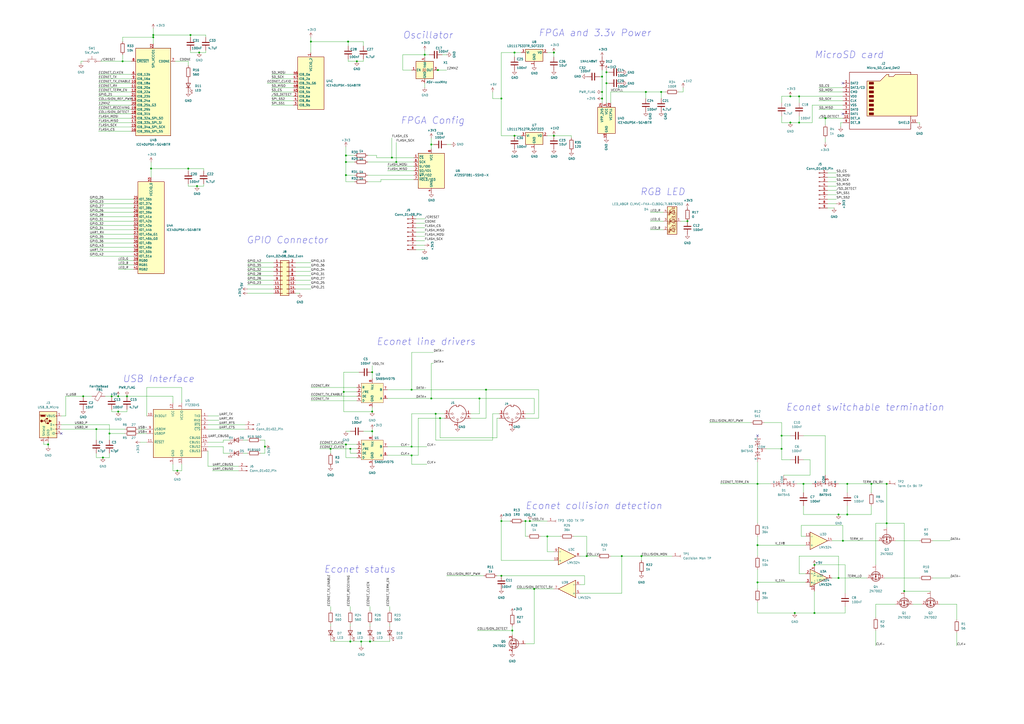
<source format=kicad_sch>
(kicad_sch (version 20231120) (generator "eeschema") (generator_version "8.0")
  (paper "A2")
  (title_block (title "FileStick") (rev "1") (company "alioth.net"))
  (junction (at 351.79 41.91))
  (junction (at 307.34 302.26))
  (junction (at 200.66 90.17))
  (junction (at 398.78 128.27))
  (junction (at 215.9 250.19))
  (junction (at 463.55 71.12))
  (junction (at 238.76 226.06))
  (junction (at 215.9 238.76))
  (junction (at 349.25 53.34))
  (junction (at 372.11 322.58))
  (junction (at 59.69 265.43))
  (junction (at 514.35 280.67))
  (junction (at 227.33 91.44))
  (junction (at 110.49 20.32))
  (junction (at 250.19 83.82))
  (junction (at 340.36 322.58))
  (junction (at 290.83 334.01))
  (junction (at 55.88 248.92))
  (junction (at 64.77 229.87))
  (junction (at 374.65 53.34))
  (junction (at 278.13 231.14))
  (junction (at 246.38 31.75))
  (junction (at 200.66 101.6))
  (junction (at 321.31 30.48))
  (junction (at 478.79 68.58))
  (junction (at 229.87 93.98))
  (junction (at 207.01 35.56))
  (junction (at 238.76 259.08))
  (junction (at 214.63 372.11))
  (junction (at 88.9 20.32))
  (junction (at 351.79 48.26))
  (junction (at 203.2 260.35))
  (junction (at 309.88 341.63))
  (junction (at 439.42 337.82))
  (junction (at 191.77 260.35))
  (junction (at 215.9 215.9))
  (junction (at 321.31 78.74))
  (junction (at 250.19 231.14))
  (junction (at 486.41 298.45))
  (junction (at 115.57 30.48))
  (junction (at 298.45 30.48))
  (junction (at 180.34 24.13))
  (junction (at 458.47 55.88))
  (junction (at 255.27 242.57))
  (junction (at 453.39 260.35))
  (junction (at 514.35 303.53))
  (junction (at 290.83 302.26))
  (junction (at 297.18 365.76))
  (junction (at 201.93 24.13))
  (junction (at 349.25 44.45))
  (junction (at 453.39 252.73))
  (junction (at 281.94 226.06))
  (junction (at 88.9 21.59))
  (junction (at 304.8 302.26))
  (junction (at 290.83 57.15))
  (junction (at 505.46 280.67))
  (junction (at 317.5 311.15))
  (junction (at 153.67 259.08))
  (junction (at 68.58 238.76))
  (junction (at 466.09 280.67))
  (junction (at 71.12 35.56))
  (junction (at 439.42 316.23))
  (junction (at 472.44 327.66))
  (junction (at 203.2 372.11))
  (junction (at 461.01 355.6))
  (junction (at 488.95 313.69))
  (junction (at 439.42 280.67))
  (junction (at 27.94 257.81))
  (junction (at 200.66 257.81))
  (junction (at 48.26 229.87))
  (junction (at 383.54 53.34))
  (junction (at 109.22 97.79))
  (junction (at 102.87 273.05))
  (junction (at 524.51 342.9))
  (junction (at 458.47 71.12))
  (junction (at 486.41 335.28))
  (junction (at 68.58 229.87))
  (junction (at 199.39 227.33))
  (junction (at 252.73 240.03))
  (junction (at 238.76 264.16))
  (junction (at 491.49 280.67))
  (junction (at 73.66 229.87))
  (junction (at 463.55 55.88))
  (junction (at 472.44 355.6))
  (junction (at 254 40.64))
  (junction (at 63.5 251.46))
  (junction (at 491.49 298.45))
  (junction (at 87.63 97.79))
  (junction (at 200.66 93.98))
  (junction (at 114.3 107.95))
  (junction (at 360.68 322.58))
  (junction (at 209.55 372.11))
  (junction (at 349.25 57.15))
  (junction (at 298.45 78.74))
  (no_connect (at 439.42 252.73))
  (no_connect (at 488.95 66.04))
  (no_connect (at 488.95 48.26))
  (no_connect (at 35.56 251.46))
  (wire (pts (xy 205.74 105.41) (xy 200.66 105.41)))
  (wire (pts (xy 490.22 327.66) (xy 472.44 327.66)))
  (wire (pts (xy 246.38 29.21) (xy 246.38 31.75)))
  (wire (pts (xy 529.59 350.52) (xy 534.67 350.52)))
  (wire (pts (xy 466.09 298.45) (xy 486.41 298.45)))
  (wire (pts (xy 464.82 311.15) (xy 467.36 311.15)))
  (wire (pts (xy 157.48 50.8) (xy 170.18 50.8)))
  (wire (pts (xy 486.41 280.67) (xy 491.49 280.67)))
  (wire (pts (xy 120.65 248.92) (xy 142.24 248.92)))
  (wire (pts (xy 200.66 101.6) (xy 200.66 93.98)))
  (wire (pts (xy 100.33 273.05) (xy 102.87 273.05)))
  (wire (pts (xy 203.2 372.11) (xy 209.55 372.11)))
  (wire (pts (xy 252.73 255.27) (xy 285.75 255.27)))
  (wire (pts (xy 209.55 372.11) (xy 209.55 374.65)))
  (wire (pts (xy 110.49 30.48) (xy 115.57 30.48)))
  (wire (pts (xy 153.67 259.08) (xy 153.67 262.89)))
  (wire (pts (xy 321.31 30.48) (xy 317.5 30.48)))
  (wire (pts (xy 487.68 71.12) (xy 488.95 71.12)))
  (wire (pts (xy 453.39 59.69) (xy 453.39 55.88)))
  (wire (pts (xy 88.9 20.32) (xy 88.9 21.59)))
  (wire (pts (xy 120.65 243.84) (xy 127 243.84)))
  (wire (pts (xy 214.63 372.11) (xy 226.06 372.11)))
  (wire (pts (xy 57.15 73.66) (xy 76.2 73.66)))
  (wire (pts (xy 307.34 302.26) (xy 317.5 302.26)))
  (wire (pts (xy 64.77 237.49) (xy 64.77 238.76)))
  (wire (pts (xy 439.42 330.2) (xy 439.42 337.82)))
  (wire (pts (xy 143.51 165.1) (xy 158.75 165.1)))
  (wire (pts (xy 68.58 151.13) (xy 77.47 151.13)))
  (wire (pts (xy 491.49 298.45) (xy 491.49 293.37)))
  (wire (pts (xy 191.77 260.35) (xy 191.77 262.89)))
  (wire (pts (xy 508 303.53) (xy 514.35 303.53)))
  (wire (pts (xy 463.55 55.88) (xy 488.95 55.88)))
  (wire (pts (xy 474.98 68.58) (xy 478.79 68.58)))
  (wire (pts (xy 120.65 259.08) (xy 129.54 259.08)))
  (wire (pts (xy 469.9 266.7) (xy 466.09 266.7)))
  (wire (pts (xy 472.44 342.9) (xy 472.44 355.6)))
  (wire (pts (xy 480.06 113.03) (xy 485.14 113.03)))
  (wire (pts (xy 27.94 257.81) (xy 27.94 259.08)))
  (wire (pts (xy 35.56 248.92) (xy 55.88 248.92)))
  (wire (pts (xy 157.48 58.42) (xy 170.18 58.42)))
  (wire (pts (xy 57.15 68.58) (xy 76.2 68.58)))
  (wire (pts (xy 278.13 240.03) (xy 273.05 240.03)))
  (wire (pts (xy 64.77 238.76) (xy 68.58 238.76)))
  (wire (pts (xy 238.76 259.08) (xy 238.76 240.03)))
  (wire (pts (xy 439.42 316.23) (xy 439.42 322.58)))
  (wire (pts (xy 281.94 242.57) (xy 281.94 226.06)))
  (wire (pts (xy 480.06 102.87) (xy 485.14 102.87)))
  (wire (pts (xy 488.95 60.96) (xy 471.17 60.96)))
  (wire (pts (xy 119.38 29.21) (xy 119.38 30.48)))
  (wire (pts (xy 224.79 264.16) (xy 238.76 264.16)))
  (wire (pts (xy 290.83 302.26) (xy 290.83 325.12)))
  (wire (pts (xy 120.65 256.54) (xy 129.54 256.54)))
  (wire (pts (xy 209.55 372.11) (xy 214.63 372.11)))
  (wire (pts (xy 297.18 363.22) (xy 297.18 365.76)))
  (wire (pts (xy 57.15 76.2) (xy 76.2 76.2)))
  (wire (pts (xy 377.19 133.35) (xy 384.81 133.35)))
  (wire (pts (xy 490.22 355.6) (xy 490.22 351.79)))
  (wire (pts (xy 57.15 53.34) (xy 76.2 53.34)))
  (wire (pts (xy 224.79 99.06) (xy 240.03 99.06)))
  (wire (pts (xy 218.44 90.17) (xy 218.44 91.44)))
  (wire (pts (xy 100.33 269.24) (xy 100.33 273.05)))
  (wire (pts (xy 290.83 78.74) (xy 298.45 78.74)))
  (wire (pts (xy 102.87 273.05) (xy 105.41 273.05)))
  (wire (pts (xy 349.25 44.45) (xy 349.25 53.34)))
  (wire (pts (xy 458.47 252.73) (xy 453.39 252.73)))
  (wire (pts (xy 157.48 53.34) (xy 170.18 53.34)))
  (wire (pts (xy 241.3 142.24) (xy 246.38 142.24)))
  (wire (pts (xy 304.8 373.38) (xy 309.88 373.38)))
  (wire (pts (xy 304.8 311.15) (xy 306.07 311.15)))
  (wire (pts (xy 238.76 226.06) (xy 224.79 226.06)))
  (wire (pts (xy 374.65 53.34) (xy 383.54 53.34)))
  (wire (pts (xy 88.9 21.59) (xy 88.9 25.4)))
  (wire (pts (xy 321.31 33.02) (xy 321.31 30.48)))
  (wire (pts (xy 288.29 254) (xy 288.29 242.57)))
  (wire (pts (xy 151.13 262.89) (xy 153.67 262.89)))
  (wire (pts (xy 215.9 215.9) (xy 215.9 219.71)))
  (wire (pts (xy 439.42 337.82) (xy 467.36 337.82)))
  (wire (pts (xy 109.22 97.79) (xy 118.11 97.79)))
  (wire (pts (xy 453.39 252.73) (xy 453.39 260.35)))
  (wire (pts (xy 213.36 93.98) (xy 229.87 93.98)))
  (wire (pts (xy 143.51 154.94) (xy 158.75 154.94)))
  (wire (pts (xy 242.57 264.16) (xy 242.57 242.57)))
  (wire (pts (xy 309.88 231.14) (xy 309.88 240.03)))
  (wire (pts (xy 276.86 365.76) (xy 297.18 365.76)))
  (wire (pts (xy 180.34 229.87) (xy 207.01 229.87)))
  (wire (pts (xy 347.98 44.45) (xy 349.25 44.45)))
  (wire (pts (xy 68.58 156.21) (xy 77.47 156.21)))
  (wire (pts (xy 201.93 24.13) (xy 210.82 24.13)))
  (wire (pts (xy 180.34 24.13) (xy 201.93 24.13)))
  (wire (pts (xy 81.28 256.54) (xy 85.09 256.54)))
  (wire (pts (xy 278.13 231.14) (xy 278.13 240.03)))
  (wire (pts (xy 246.38 31.75) (xy 248.92 31.75)))
  (wire (pts (xy 487.68 73.66) (xy 487.68 71.12)))
  (wire (pts (xy 191.77 372.11) (xy 203.2 372.11)))
  (wire (pts (xy 109.22 35.56) (xy 109.22 38.1)))
  (wire (pts (xy 490.22 344.17) (xy 490.22 327.66)))
  (wire (pts (xy 312.42 226.06) (xy 312.42 242.57)))
  (wire (pts (xy 57.15 48.26) (xy 76.2 48.26)))
  (wire (pts (xy 340.36 322.58) (xy 346.71 322.58)))
  (wire (pts (xy 340.36 311.15) (xy 332.74 311.15)))
  (wire (pts (xy 157.48 43.18) (xy 170.18 43.18)))
  (wire (pts (xy 349.25 40.64) (xy 349.25 44.45)))
  (wire (pts (xy 115.57 30.48) (xy 119.38 30.48)))
  (wire (pts (xy 505.46 280.67) (xy 514.35 280.67)))
  (wire (pts (xy 109.22 107.95) (xy 114.3 107.95)))
  (wire (pts (xy 524.51 342.9) (xy 539.75 342.9)))
  (wire (pts (xy 46.99 35.56) (xy 48.26 35.56)))
  (wire (pts (xy 304.8 302.26) (xy 307.34 302.26)))
  (wire (pts (xy 317.5 311.15) (xy 325.12 311.15)))
  (wire (pts (xy 105.41 224.79) (xy 105.41 233.68)))
  (wire (pts (xy 73.66 237.49) (xy 73.66 238.76)))
  (wire (pts (xy 27.94 256.54) (xy 27.94 257.81)))
  (wire (pts (xy 351.79 41.91) (xy 353.06 41.91)))
  (wire (pts (xy 471.17 71.12) (xy 463.55 71.12)))
  (wire (pts (xy 109.22 97.79) (xy 109.22 99.06)))
  (wire (pts (xy 360.68 344.17) (xy 360.68 322.58)))
  (wire (pts (xy 210.82 24.13) (xy 210.82 26.67)))
  (wire (pts (xy 246.38 31.75) (xy 246.38 33.02)))
  (wire (pts (xy 351.79 41.91) (xy 351.79 48.26)))
  (wire (pts (xy 491.49 280.67) (xy 505.46 280.67)))
  (wire (pts (xy 250.19 80.01) (xy 250.19 83.82)))
  (wire (pts (xy 226.06 372.11) (xy 226.06 370.84)))
  (wire (pts (xy 281.94 226.06) (xy 238.76 226.06)))
  (wire (pts (xy 488.95 313.69) (xy 509.27 313.69)))
  (wire (pts (xy 480.06 107.95) (xy 485.14 107.95)))
  (wire (pts (xy 52.07 143.51) (xy 77.47 143.51)))
  (wire (pts (xy 100.33 229.87) (xy 100.33 233.68)))
  (wire (pts (xy 482.6 335.28) (xy 486.41 335.28)))
  (wire (pts (xy 252.73 240.03) (xy 252.73 255.27)))
  (wire (pts (xy 349.25 53.34) (xy 349.25 57.15)))
  (wire (pts (xy 241.3 127) (xy 246.38 127)))
  (wire (pts (xy 250.19 83.82) (xy 250.19 86.36)))
  (wire (pts (xy 303.53 302.26) (xy 304.8 302.26)))
  (wire (pts (xy 200.66 105.41) (xy 200.66 101.6)))
  (wire (pts (xy 285.75 57.15) (xy 285.75 53.34)))
  (wire (pts (xy 513.08 335.28) (xy 533.4 335.28)))
  (wire (pts (xy 478.79 252.73) (xy 466.09 252.73)))
  (wire (pts (xy 238.76 40.64) (xy 233.68 40.64)))
  (wire (pts (xy 488.95 313.69) (xy 488.95 304.8)))
  (wire (pts (xy 439.42 311.15) (xy 439.42 316.23)))
  (wire (pts (xy 298.45 78.74) (xy 302.26 78.74)))
  (wire (pts (xy 250.19 231.14) (xy 278.13 231.14)))
  (wire (pts (xy 290.83 30.48) (xy 290.83 57.15)))
  (wire (pts (xy 285.75 57.15) (xy 290.83 57.15)))
  (wire (pts (xy 71.12 21.59) (xy 88.9 21.59)))
  (wire (pts (xy 386.08 53.34) (xy 383.54 53.34)))
  (wire (pts (xy 201.93 24.13) (xy 201.93 26.67)))
  (wire (pts (xy 273.05 242.57) (xy 281.94 242.57)))
  (wire (pts (xy 354.33 53.34) (xy 374.65 53.34)))
  (wire (pts (xy 191.77 351.79) (xy 191.77 354.33)))
  (wire (pts (xy 251.46 204.47) (xy 238.76 204.47)))
  (wire (pts (xy 201.93 34.29) (xy 201.93 35.56)))
  (wire (pts (xy 171.45 170.18) (xy 173.99 170.18)))
  (wire (pts (xy 439.42 349.25) (xy 439.42 355.6)))
  (wire (pts (xy 119.38 20.32) (xy 119.38 21.59)))
  (wire (pts (xy 157.48 60.96) (xy 170.18 60.96)))
  (wire (pts (xy 554.99 350.52) (xy 544.83 350.52)))
  (wire (pts (xy 214.63 351.79) (xy 214.63 354.33)))
  (wire (pts (xy 480.06 115.57) (xy 485.14 115.57)))
  (wire (pts (xy 59.69 265.43) (xy 55.88 265.43)))
  (wire (pts (xy 123.19 273.05) (xy 138.43 273.05)))
  (wire (pts (xy 171.45 152.4) (xy 180.34 152.4)))
  (wire (pts (xy 480.06 118.11) (xy 485.14 118.11)))
  (wire (pts (xy 52.07 120.65) (xy 77.47 120.65)))
  (wire (pts (xy 63.5 265.43) (xy 59.69 265.43)))
  (wire (pts (xy 226.06 351.79) (xy 226.06 354.33)))
  (wire (pts (xy 336.55 344.17) (xy 360.68 344.17)))
  (wire (pts (xy 143.51 152.4) (xy 158.75 152.4)))
  (wire (pts (xy 200.66 257.81) (xy 207.01 257.81)))
  (wire (pts (xy 210.82 34.29) (xy 210.82 35.56)))
  (wire (pts (xy 290.83 302.26) (xy 290.83 300.99)))
  (wire (pts (xy 25.4 256.54) (xy 25.4 257.81)))
  (wire (pts (xy 109.22 106.68) (xy 109.22 107.95)))
  (wire (pts (xy 299.72 341.63) (xy 309.88 341.63)))
  (wire (pts (xy 118.11 97.79) (xy 118.11 99.06)))
  (wire (pts (xy 153.67 255.27) (xy 151.13 255.27)))
  (wire (pts (xy 508 350.52) (xy 519.43 350.52)))
  (wire (pts (xy 200.66 90.17) (xy 200.66 93.98)))
  (wire (pts (xy 480.06 120.65) (xy 483.87 120.65)))
  (wire (pts (xy 532.13 71.12) (xy 533.4 71.12)))
  (wire (pts (xy 250.19 231.14) (xy 250.19 210.82)))
  (wire (pts (xy 55.88 255.27) (xy 55.88 248.92)))
  (wire (pts (xy 251.46 83.82) (xy 250.19 83.82)))
  (wire (pts (xy 215.9 238.76) (xy 199.39 238.76)))
  (wire (pts (xy 191.77 260.35) (xy 203.2 260.35)))
  (wire (pts (xy 474.98 53.34) (xy 488.95 53.34)))
  (wire (pts (xy 472.44 355.6) (xy 461.01 355.6)))
  (wire (pts (xy 180.34 24.13) (xy 180.34 30.48)))
  (wire (pts (xy 55.88 265.43) (xy 55.88 262.89)))
  (wire (pts (xy 453.39 260.35) (xy 453.39 266.7)))
  (wire (pts (xy 171.45 167.64) (xy 180.34 167.64)))
  (wire (pts (xy 52.07 115.57) (xy 77.47 115.57)))
  (wire (pts (xy 514.35 303.53) (xy 514.35 306.07)))
  (wire (pts (xy 180.34 224.79) (xy 207.01 224.79)))
  (wire (pts (xy 200.66 265.43) (xy 207.01 265.43)))
  (wire (pts (xy 541.02 313.69) (xy 551.18 313.69)))
  (wire (pts (xy 153.67 255.27) (xy 153.67 259.08)))
  (wire (pts (xy 203.2 370.84) (xy 203.2 372.11)))
  (wire (pts (xy 541.02 335.28) (xy 551.18 335.28)))
  (wire (pts (xy 242.57 242.57) (xy 255.27 242.57)))
  (wire (pts (xy 63.5 262.89) (xy 63.5 265.43)))
  (wire (pts (xy 215.9 212.09) (xy 215.9 215.9)))
  (wire (pts (xy 252.73 40.64) (xy 254 40.64)))
  (wire (pts (xy 469.9 275.59) (xy 469.9 266.7)))
  (wire (pts (xy 464.82 304.8) (xy 464.82 311.15)))
  (wire (pts (xy 238.76 269.24) (xy 238.76 264.16)))
  (wire (pts (xy 474.98 58.42) (xy 488.95 58.42)))
  (wire (pts (xy 118.11 106.68) (xy 118.11 107.95)))
  (wire (pts (xy 443.23 245.11) (xy 453.39 245.11)))
  (wire (pts (xy 63.5 246.38) (xy 63.5 251.46)))
  (wire (pts (xy 505.46 298.45) (xy 505.46 293.37)))
  (wire (pts (xy 285.75 255.27) (xy 285.75 240.03)))
  (wire (pts (xy 514.35 280.67) (xy 514.35 303.53)))
  (wire (pts (xy 360.68 322.58) (xy 354.33 322.58)))
  (wire (pts (xy 180.34 21.59) (xy 180.34 24.13)))
  (wire (pts (xy 447.04 280.67) (xy 439.42 280.67)))
  (wire (pts (xy 55.88 248.92) (xy 72.39 248.92)))
  (wire (pts (xy 191.77 370.84) (xy 191.77 372.11)))
  (wire (pts (xy 35.56 246.38) (xy 63.5 246.38)))
  (wire (pts (xy 417.83 280.67) (xy 439.42 280.67)))
  (wire (pts (xy 458.47 71.12) (xy 463.55 71.12)))
  (wire (pts (xy 203.2 260.35) (xy 203.2 262.89)))
  (wire (pts (xy 220.98 105.41) (xy 220.98 104.14)))
  (wire (pts (xy 207.01 35.56) (xy 210.82 35.56)))
  (wire (pts (xy 486.41 322.58) (xy 463.55 322.58)))
  (wire (pts (xy 256.54 31.75) (xy 259.08 31.75)))
  (wire (pts (xy 254 40.64) (xy 259.08 40.64)))
  (wire (pts (xy 52.07 140.97) (xy 77.47 140.97)))
  (wire (pts (xy 129.54 259.08) (xy 129.54 262.89)))
  (wire (pts (xy 304.8 240.03) (xy 309.88 240.03)))
  (wire (pts (xy 519.43 313.69) (xy 533.4 313.69)))
  (wire (pts (xy 533.4 71.12) (xy 533.4 72.39)))
  (wire (pts (xy 288.29 334.01) (xy 290.83 334.01)))
  (wire (pts (xy 241.3 134.62) (xy 246.38 134.62)))
  (wire (pts (xy 214.63 361.95) (xy 214.63 363.22)))
  (wire (pts (xy 554.99 367.03) (xy 554.99 374.65)))
  (wire (pts (xy 203.2 361.95) (xy 203.2 363.22)))
  (wire (pts (xy 57.15 63.5) (xy 76.2 63.5)))
  (wire (pts (xy 171.45 162.56) (xy 180.34 162.56)))
  (wire (pts (xy 157.48 45.72) (xy 170.18 45.72)))
  (wire (pts (xy 143.51 162.56) (xy 158.75 162.56)))
  (wire (pts (xy 463.55 332.74) (xy 467.36 332.74)))
  (wire (pts (xy 458.47 55.88) (xy 463.55 55.88)))
  (wire (pts (xy 120.65 270.51) (xy 120.65 261.62)))
  (wire (pts (xy 200.66 90.17) (xy 205.74 90.17)))
  (wire (pts (xy 213.36 101.6) (xy 240.03 101.6)))
  (wire (pts (xy 478.79 68.58) (xy 478.79 72.39)))
  (wire (pts (xy 185.42 257.81) (xy 200.66 257.81)))
  (wire (pts (xy 252.73 240.03) (xy 257.81 240.03)))
  (wire (pts (xy 120.65 246.38) (xy 142.24 246.38)))
  (wire (pts (xy 238.76 259.08) (xy 247.65 259.08)))
  (wire (pts (xy 80.01 248.92) (xy 85.09 248.92)))
  (wire (pts (xy 215.9 238.76) (xy 215.9 236.22)))
  (wire (pts (xy 68.58 229.87) (xy 73.66 229.87)))
  (wire (pts (xy 233.68 40.64) (xy 233.68 31.75)))
  (wire (pts (xy 478.79 68.58) (xy 488.95 68.58)))
  (wire (pts (xy 25.4 257.81) (xy 27.94 257.81)))
  (wire (pts (xy 215.9 250.19) (xy 215.9 252.73)))
  (wire (pts (xy 72.39 251.46) (xy 63.5 251.46)))
  (wire (pts (xy 439.42 267.97) (xy 439.42 280.67)))
  (wire (pts (xy 143.51 167.64) (xy 158.75 167.64)))
  (wire (pts (xy 508 358.14) (xy 508 350.52)))
  (wire (pts (xy 466.09 293.37) (xy 466.09 298.45)))
  (wire (pts (xy 259.08 83.82) (xy 261.62 83.82)))
  (wire (pts (xy 200.66 257.81) (xy 200.66 265.43)))
  (wire (pts (xy 233.68 31.75) (xy 246.38 31.75)))
  (wire (pts (xy 317.5 311.15) (xy 317.5 320.04)))
  (wire (pts (xy 110.49 20.32) (xy 119.38 20.32)))
  (wire (pts (xy 255.27 242.57) (xy 257.81 242.57)))
  (wire (pts (xy 297.18 365.76) (xy 297.18 368.3)))
  (wire (pts (xy 259.08 334.01) (xy 280.67 334.01)))
  (wire (pts (xy 87.63 97.79) (xy 109.22 97.79)))
  (wire (pts (xy 120.65 241.3) (xy 127 241.3)))
  (wire (pts (xy 238.76 204.47) (xy 238.76 226.06)))
  (wire (pts (xy 374.65 57.15) (xy 374.65 53.34)))
  (wire (pts (xy 203.2 262.89) (xy 207.01 262.89)))
  (wire (pts (xy 444.5 260.35) (xy 453.39 260.35)))
  (wire (pts (xy 241.3 129.54) (xy 246.38 129.54)))
  (wire (pts (xy 474.98 63.5) (xy 488.95 63.5)))
  (wire (pts (xy 73.66 229.87) (xy 100.33 229.87)))
  (wire (pts (xy 200.66 250.19) (xy 203.2 250.19)))
  (wire (pts (xy 143.51 160.02) (xy 158.75 160.02)))
  (wire (pts (xy 85.09 224.79) (xy 105.41 224.79)))
  (wire (pts (xy 191.77 361.95) (xy 191.77 363.22)))
  (wire (pts (xy 439.42 316.23) (xy 467.36 316.23)))
  (wire (pts (xy 185.42 260.35) (xy 191.77 260.35)))
  (wire (pts (xy 201.93 35.56) (xy 207.01 35.56)))
  (wire (pts (xy 88.9 20.32) (xy 110.49 20.32)))
  (wire (pts (xy 200.66 85.09) (xy 200.66 90.17)))
  (wire (pts (xy 453.39 245.11) (xy 453.39 252.73)))
  (wire (pts (xy 171.45 154.94) (xy 180.34 154.94)))
  (wire (pts (xy 46.99 36.83) (xy 46.99 35.56)))
  (wire (pts (xy 486.41 335.28) (xy 502.92 335.28)))
  (wire (pts (xy 354.33 59.69) (xy 354.33 53.34)))
  (wire (pts (xy 203.2 351.79) (xy 203.2 354.33)))
  (wire (pts (xy 58.42 35.56) (xy 71.12 35.56)))
  (wire (pts (xy 524.51 303.53) (xy 514.35 303.53)))
  (wire (pts (xy 52.07 133.35) (xy 77.47 133.35)))
  (wire (pts (xy 340.36 322.58) (xy 340.36 311.15)))
  (wire (pts (xy 157.48 55.88) (xy 170.18 55.88)))
  (wire (pts (xy 478.79 80.01) (xy 478.79 82.55)))
  (wire (pts (xy 383.54 53.34) (xy 383.54 57.15)))
  (wire (pts (xy 110.49 20.32) (xy 110.49 21.59)))
  (wire (pts (xy 224.79 96.52) (xy 240.03 96.52)))
  (wire (pts (xy 57.15 43.18) (xy 76.2 43.18)))
  (wire (pts (xy 52.07 118.11) (xy 77.47 118.11)))
  (wire (pts (xy 57.15 55.88) (xy 76.2 55.88)))
  (wire (pts (xy 52.07 135.89) (xy 77.47 135.89)))
  (wire (pts (xy 466.09 280.67) (xy 471.17 280.67)))
  (wire (pts (xy 463.55 55.88) (xy 463.55 59.69)))
  (wire (pts (xy 85.09 241.3) (xy 85.09 224.79)))
  (wire (pts (xy 199.39 227.33) (xy 199.39 215.9)))
  (wire (pts (xy 396.24 50.8) (xy 396.24 53.34)))
  (wire (pts (xy 180.34 232.41) (xy 207.01 232.41)))
  (wire (pts (xy 372.11 325.12) (xy 372.11 322.58)))
  (wire (pts (xy 52.07 123.19) (xy 77.47 123.19)))
  (wire (pts (xy 154.94 48.26) (xy 170.18 48.26)))
  (wire (pts (xy 351.79 48.26) (xy 351.79 59.69)))
  (wire (pts (xy 57.15 58.42) (xy 76.2 58.42)))
  (wire (pts (xy 227.33 91.44) (xy 240.03 91.44)))
  (wire (pts (xy 298.45 33.02) (xy 298.45 30.48)))
  (wire (pts (xy 321.31 78.74) (xy 331.47 78.74)))
  (wire (pts (xy 143.51 170.18) (xy 158.75 170.18)))
  (wire (pts (xy 480.06 105.41) (xy 485.14 105.41)))
  (wire (pts (xy 238.76 264.16) (xy 242.57 264.16)))
  (wire (pts (xy 295.91 302.26) (xy 290.83 302.26)))
  (wire (pts (xy 215.9 248.92) (xy 215.9 250.19)))
  (wire (pts (xy 309.88 341.63) (xy 309.88 373.38)))
  (wire (pts (xy 38.1 229.87) (xy 38.1 241.3)))
  (wire (pts (xy 454.66 275.59) (xy 469.9 275.59)))
  (wire (pts (xy 246.38 48.26) (xy 246.38 50.8)))
  (wire (pts (xy 349.25 57.15) (xy 349.25 59.69)))
  (wire (pts (xy 491.49 280.67) (xy 491.49 285.75)))
  (wire (pts (xy 213.36 105.41) (xy 220.98 105.41)))
  (wire (pts (xy 486.41 298.45) (xy 491.49 298.45)))
  (wire (pts (xy 52.07 128.27) (xy 77.47 128.27)))
  (wire (pts (xy 491.49 298.45) (xy 505.46 298.45)))
  (wire (pts (xy 60.96 229.87) (xy 64.77 229.87)))
  (wire (pts (xy 227.33 80.01) (xy 227.33 91.44)))
  (wire (pts (xy 101.6 35.56) (xy 109.22 35.56)))
  (wire (pts (xy 453.39 67.31) (xy 453.39 71.12)))
  (wire (pts (xy 482.6 313.69) (xy 488.95 313.69)))
  (wire (pts (xy 88.9 16.51) (xy 88.9 20.32)))
  (wire (pts (xy 52.07 146.05) (xy 77.47 146.05)))
  (wire (pts (xy 554.99 359.41) (xy 554.99 350.52)))
  (wire (pts (xy 411.48 245.11) (xy 435.61 245.11)))
  (wire (pts (xy 214.63 370.84) (xy 214.63 372.11)))
  (wire (pts (xy 317.5 78.74) (xy 321.31 78.74)))
  (wire (pts (xy 199.39 215.9) (xy 208.28 215.9)))
  (wire (pts (xy 220.98 104.14) (xy 240.03 104.14)))
  (wire (pts (xy 229.87 82.55) (xy 229.87 93.98)))
  (wire (pts (xy 68.58 153.67) (xy 77.47 153.67)))
  (wire (pts (xy 331.47 78.74) (xy 331.47 80.01)))
  (wire (pts (xy 304.8 242.57) (xy 312.42 242.57)))
  (wire (pts (xy 140.97 255.27) (xy 143.51 255.27)))
  (wire (pts (xy 63.5 251.46) (xy 63.5 255.27)))
  (wire (pts (xy 298.45 30.48) (xy 302.26 30.48)))
  (wire (pts (xy 480.06 100.33) (xy 485.14 100.33)))
  (wire (pts (xy 466.09 285.75) (xy 466.09 280.67)))
  (wire (pts (xy 313.69 311.15) (xy 317.5 311.15)))
  (wire (pts (xy 229.87 93.98) (xy 240.03 93.98)))
  (wire (pts (xy 377.19 128.27) (xy 384.81 128.27)))
  (wire (pts (xy 52.07 125.73) (xy 77.47 125.73)))
  (wire (pts (xy 372.11 322.58) (xy 389.89 322.58)))
  (wire (pts (xy 38.1 241.3) (xy 35.56 241.3)))
  (wire (pts (xy 105.41 269.24) (xy 105.41 273.05)))
  (wire (pts (xy 290.83 57.15) (xy 290.83 78.74)))
  (wire (pts (xy 200.66 93.98) (xy 205.74 93.98)))
  (wire (pts (xy 336.55 322.58) (xy 340.36 322.58)))
  (wire (pts (xy 309.88 341.63) (xy 321.31 341.63)))
  (wire (pts (xy 281.94 226.06) (xy 312.42 226.06)))
  (wire (pts (xy 439.42 337.82) (xy 439.42 341.63)))
  (wire (pts (xy 48.26 229.87) (xy 53.34 229.87)))
  (wire (pts (xy 110.49 29.21) (xy 110.49 30.48)))
  (wire (pts (xy 57.15 71.12) (xy 76.2 71.12)))
  (wire (pts (xy 80.01 251.46) (xy 85.09 251.46)))
  (wire (pts (xy 453.39 71.12) (xy 458.47 71.12)))
  (wire (pts (xy 226.06 361.95) (xy 226.06 363.22)))
  (wire (pts (xy 508 365.76) (xy 508 374.65)))
  (wire (pts (xy 285.75 240.03) (xy 289.56 240.03)))
  (wire (pts (xy 57.15 50.8) (xy 76.2 50.8)))
  (wire (pts (xy 463.55 71.12) (xy 463.55 67.31)))
  (wire (pts (xy 218.44 91.44) (xy 227.33 91.44)))
  (wire (pts (xy 213.36 90.17) (xy 218.44 90.17)))
  (wire (pts (xy 64.77 229.87) (xy 68.58 229.87)))
  (wire (pts (xy 52.07 130.81) (xy 77.47 130.81)))
  (wire (pts (xy 241.3 139.7) (xy 246.38 139.7)))
  (wire (pts (xy 71.12 35.56) (xy 76.2 35.56)))
  (wire (pts (xy 351.79 40.64) (xy 351.79 41.91)))
  (wire (pts (xy 488.95 304.8) (xy 464.82 304.8)))
  (wire (pts (xy 472.44 355.6) (xy 490.22 355.6)))
  (wire (pts (xy 317.5 320.04) (xy 321.31 320.04)))
  (wire (pts (xy 68.58 238.76) (xy 73.66 238.76)))
  (wire (pts (xy 339.09 339.09) (xy 336.55 339.09)))
  (wire (pts (xy 453.39 55.88) (xy 458.47 55.88)))
  (wire (pts (xy 339.09 334.01) (xy 339.09 339.09)))
  (wire (pts (xy 224.79 259.08) (xy 238.76 259.08)))
  (wire (pts (xy 129.54 256.54) (xy 129.54 255.27)))
  (wire (pts (xy 393.7 53.34) (xy 396.24 53.34)))
  (wire (pts (xy 288.29 242.57) (xy 289.56 242.57)))
  (wire (pts (xy 171.45 157.48) (xy 180.34 157.48)))
  (wire (pts (xy 199.39 238.76) (xy 199.39 227.33)))
  (wire (pts (xy 439.42 355.6) (xy 461.01 355.6)))
  (wire (pts (xy 87.63 97.79) (xy 87.63 102.87)))
  (wire (pts (xy 57.15 66.04) (xy 76.2 66.04)))
  (wire (pts (xy 52.07 138.43) (xy 77.47 138.43)))
  (wire (pts (xy 377.19 123.19) (xy 384.81 123.19)))
  (wire (pts (xy 171.45 160.02) (xy 180.34 160.02)))
  (wire (pts (xy 290.83 30.48) (xy 298.45 30.48)))
  (wire (pts (xy 524.51 342.9) (xy 524.51 303.53)))
  (wire (pts (xy 114.3 107.95) (xy 118.11 107.95)))
  (wire (pts (xy 129.54 262.89) (xy 133.35 262.89)))
  (wire (pts (xy 453.39 266.7) (xy 458.47 266.7)))
  (wire (pts (xy 238.76 269.24) (xy 247.65 269.24)))
  (wire (pts (xy 471.17 60.96) (xy 471.17 71.12)))
  (wire (pts (xy 71.12 24.13) (xy 71.12 21.59)))
  (wire (pts (xy 290.83 325.12) (xy 321.31 325.12)))
  (wire (pts (xy 290.83 334.01) (xy 339.09 334.01)))
  (wire (pts (xy 255.27 254) (xy 288.29 254)))
  (wire (pts (xy 205.74 101.6) (xy 200.66 101.6)))
  (wire (pts (xy 52.07 148.59) (xy 77.47 148.59)))
  (wire (pts (xy 120.65 270.51) (xy 138.43 270.51)))
  (wire (pts (xy 351.79 48.26) (xy 353.06 48.26)))
  (wire (pts (xy 241.3 132.08) (xy 246.38 132.08)))
  (wire (pts (xy 140.97 262.89) (xy 143.51 262.89)))
  (wire (pts (xy 57.15 45.72) (xy 76.2 45.72)))
  (wire (pts (xy 224.79 231.14) (xy 250.19 231.14)))
  (wire (pts (xy 210.82 250.19) (xy 215.9 250.19)))
  (wire (pts (xy 478.79 275.59) (xy 478.79 252.73)))
  (wire (pts (xy 463.55 322.58) (xy 463.55 332.74)))
  (wire (pts (xy 238.76 240.03) (xy 252.73 240.03)))
  (wire (pts (xy 129.54 255.27) (xy 133.35 255.27)))
  (wire (pts (xy 480.06 110.49) (xy 485.14 110.49)))
  (wire (pts (xy 171.45 165.1) (xy 180.34 165.1)))
  (wire (pts (xy 304.8 302.26) (xy 304.8 311.15)))
  (wire (pts (xy 486.41 335.28) (xy 486.41 322.58)))
  (wire (pts (xy 278.13 231.14) (xy 309.88 231.14)))
  (wire (pts (xy 255.27 242.57) (xy 255.27 254)))
  (wire (pts (xy 508 327.66) (xy 508 303.53)))
  (wire (pts (xy 372.11 322.58) (xy 360.68 322.58)))
  (wire (pts (xy 143.51 157.48) (xy 158.75 157.48)))
  (wire (pts (xy 250.19 210.82) (xy 251.46 210.82)))
  (wire (pts (xy 241.3 137.16) (xy 246.38 137.16)))
  (wire (pts (xy 87.63 93.98) (xy 87.63 97.79)))
  (wire (pts (xy 439.42 280.67) (xy 439.42 303.53)))
  (wire (pts (xy 394.97 128.27) (xy 398.78 128.27)))
  (wire (pts (xy 474.98 50.8) (xy 488.95 50.8)))
  (wire (pts (xy 462.28 280.67) (xy 466.09 280.67)))
  (wire (pts (xy 57.15 60.96) (xy 76.2 60.96)))
  (wire (pts (xy 505.46 280.67) (xy 505.46 285.75)))
  (wire (pts (xy 199.39 227.33) (xy 207.01 227.33)))
  (wire (pts (xy 48.26 229.87) (xy 38.1 229.87)))
  (wire (pts (xy 241.3 144.78) (xy 246.38 144.78)))
  (wire (pts (xy 71.12 31.75) (xy 71.12 35.56)))
  (wire (pts (xy 203.2 260.35) (xy 207.01 260.35)))
  (text "GPIO Connector" (at 143.002 141.732 0) (effects (font (size 4 4) (italic yes)) (justify left bottom)))
  (text "MicroSD card" (at 472.44 34.29 0) (effects (font (size 4 4) (italic yes)) (justify left bottom)))
  (text "Econet switchable termination\n" (at 455.93 238.76 0) (effects (font (size 4 4) (italic yes)) (justify left bottom)))
  (text "RGB LED" (at 371.348 113.792 0) (effects (font (size 4 4) (italic yes)) (justify left bottom)))
  (text "FPGA and 3.3v Power" (at 312.42 21.59 0) (effects (font (size 4 4) (italic yes)) (justify left bottom)))
  (text "Econet status" (at 187.96 332.74 0) (effects (font (size 4 4) (italic yes)) (justify left bottom)))
  (text "Econet line drivers" (at 218.44 200.66 0) (effects (font (size 4 4) (italic yes)) (justify left bottom)))
  (text "Oscillator" (at 233.68 22.86 0) (effects (font (size 4 4) (italic yes)) (justify left bottom)))
  (text "FPGA Config" (at 232.41 72.39 0) (effects (font (size 4 4) (italic yes)) (justify left bottom)))
  (text "USB Interface" (at 71.12 222.25 0) (effects (font (size 4 4) (italic yes)) (justify left bottom)))
  (text "Econet collision detection" (at 304.8 295.91 0) (effects (font (size 4 4) (italic yes)) (justify left bottom)))
  (label "GPIO_26" (at 52.07 123.19 0))
  (label "SD_CS" (at 485.14 100.33 0))
  (label "SD_MISO" (at 474.98 63.5 0) (effects (font (italic yes))))
  (label "FLASH_SCK" (at 57.15 73.66 0) (effects (font (italic yes))))
  (label "GPIO_35" (at 143.51 154.94 0))
  (label "ECONET_TERM_EN" (at 226.06 351.79 90) (effects (font (italic yes))))
  (label "GPIO_43" (at 52.07 143.51 0))
  (label "COL_LVL" (at 340.36 322.58 0))
  (label "VCCPLL" (at 354.33 53.34 0))
  (label "SPI_SS2" (at 485.14 115.57 0))
  (label "ECONET_CLKIO" (at 154.94 48.26 0) (effects (font (italic yes))))
  (label "FLASH_SCK" (at 229.87 82.55 0))
  (label "UART_CBUS0" (at 123.19 273.05 0))
  (label "UART_RTS" (at 127 246.38 0))
  (label "FLASH_CS" (at 57.15 76.2 0) (effects (font (italic yes))))
  (label "TERM_LO" (at 491.49 335.28 0) (effects (font (italic yes))))
  (label "GPIO_36" (at 52.07 140.97 0))
  (label "CDONE" (at 104.14 35.56 0))
  (label "FLASH_SCK" (at 246.38 139.7 0))
  (label "UART_CTS" (at 127 248.92 0))
  (label "LED_B" (at 68.58 153.67 0) (effects (font (italic yes))))
  (label "FLASH_MOSI" (at 224.79 96.52 0))
  (label "DATA+" (at 551.18 313.69 0) (effects (font (italic yes))))
  (label "FLASH_CS" (at 246.38 132.08 0))
  (label "USBD_M" (at 43.18 248.92 0) (effects (font (italic yes))))
  (label "V_1V8" (at 449.58 316.23 0))
  (label "COLLISION_REF_PWM" (at 411.48 245.11 0) (effects (font (italic yes))))
  (label "UART_RX" (at 52.07 135.89 0))
  (label "V_USB" (at 38.1 229.87 0) (effects (font (italic yes))))
  (label "SD_MOSI" (at 474.98 53.34 0) (effects (font (italic yes))))
  (label "{slash}SD_DETECT" (at 157.48 55.88 0))
  (label "GPIO_32" (at 52.07 130.81 0))
  (label "ECONET_TX_ENABLE" (at 180.34 229.87 0) (effects (font (italic yes))))
  (label "GPIO_27" (at 180.34 162.56 0))
  (label "ECONET_CLKEN" (at 185.42 260.35 0) (effects (font (italic yes))))
  (label "ECONET_TX_ENABLE" (at 57.15 48.26 0) (effects (font (italic yes))))
  (label "GPIO_23" (at 143.51 165.1 0))
  (label "ECONET_CLKEN" (at 214.63 351.79 90) (effects (font (italic yes))))
  (label "FLASH_CS" (at 227.33 80.01 0))
  (label "ECONET_CLKEN" (at 57.15 43.18 0) (effects (font (italic yes))))
  (label "DATA+" (at 241.3 231.14 0) (effects (font (italic yes))))
  (label "CLK-" (at 247.65 259.08 0) (effects (font (italic yes))))
  (label "GPIO_31" (at 180.34 160.02 0))
  (label "CLK+" (at 247.65 269.24 0) (effects (font (italic yes))))
  (label "GPIO_25" (at 180.34 165.1 0))
  (label "UART_TX" (at 127 241.3 0) (effects (font (italic yes))))
  (label "SPI_SS1" (at 157.48 60.96 0))
  (label "VDD_TX" (at 215.9 212.09 0))
  (label "12MHZ" (at 57.15 60.96 0) (effects (font (italic yes))))
  (label "GPIO_23" (at 52.07 118.11 0))
  (label "SPI_SS1" (at 485.14 113.03 0))
  (label "ECONET_RECEIVING" (at 57.15 63.5 0) (effects (font (italic yes))))
  (label "FLASH_MISO" (at 246.38 134.62 0))
  (label "ECONET_TX" (at 180.34 232.41 0) (effects (font (italic yes))))
  (label "UART_CBUS3" (at 123.19 270.51 0))
  (label "SD_MOSI" (at 157.48 43.18 0))
  (label "CLK-" (at 232.41 259.08 0) (effects (font (italic yes))))
  (label "SD_CS" (at 157.48 53.34 0))
  (label "SD_CS" (at 474.98 50.8 0) (effects (font (italic yes))))
  (label "GPIO_21" (at 57.15 55.88 0))
  (label "COLLISION_DETECT_5V" (at 299.72 341.63 0))
  (label "TERM_HI" (at 492.76 313.69 0) (effects (font (italic yes))))
  (label "CDONE" (at 246.38 129.54 0))
  (label "DATA+" (at 251.46 210.82 0) (effects (font (italic yes))))
  (label "COLLISION_DETECT" (at 57.15 66.04 0) (effects (font (italic yes))))
  (label "{slash}SD_DETECT" (at 474.98 68.58 0) (effects (font (italic yes))))
  (label "COLLISION_REF_PWM" (at 57.15 58.42 0) (effects (font (italic yes))))
  (label "LED_R" (at 68.58 156.21 0) (effects (font (italic yes))))
  (label "{slash}SD_DETECT" (at 485.14 110.49 0))
  (label "{slash}CRESET" (at 58.42 35.56 0))
  (label "USB+" (at 80.01 251.46 0))
  (label "DATA-" (at 251.46 204.47 0) (effects (font (italic yes))))
  (label "SD_MISO" (at 485.14 107.95 0))
  (label "SD_SCK" (at 485.14 105.41 0))
  (label "ECONET_RECEIVING" (at 203.2 351.79 90) (effects (font (italic yes))))
  (label "GPIO_35" (at 52.07 138.43 0))
  (label "SPI_SS2" (at 157.48 58.42 0))
  (label "GPIO_27" (at 52.07 120.65 0))
  (label "GPIO_36" (at 180.34 154.94 0))
  (label "LED_G" (at 377.19 128.27 0) (effects (font (italic yes))))
  (label "VDD_TX" (at 308.61 302.26 0))
  (label "12MHZ" (at 259.08 40.64 0) (effects (font (italic yes))))
  (label "GPIO_26" (at 143.51 162.56 0))
  (label "LED_B" (at 377.19 133.35 0) (effects (font (italic yes))))
  (label "SD_SCK" (at 474.98 58.42 0) (effects (font (italic yes))))
  (label "GPIO_28" (at 143.51 160.02 0))
  (label "UART_RX" (at 127 243.84 0) (effects (font (italic yes))))
  (label "USB-" (at 80.01 248.92 0))
  (label "V_1V4" (at 449.58 337.82 0))
  (label "COLLISION_REF_PWM" (at 259.08 334.01 0))
  (label "{slash}CRESET" (at 246.38 127 0))
  (label "GPIO_42" (at 143.51 152.4 0))
  (label "GPIO_28" (at 52.07 125.73 0))
  (label "UART_CBUS0" (at 120.65 254 0))
  (label "FLASH_MISO" (at 224.79 99.06 0))
  (label "FLASH_MISO" (at 57.15 71.12 0) (effects (font (italic yes))))
  (label "GPIO_42" (at 52.07 148.59 0))
  (label "LED_G" (at 68.58 151.13 0) (effects (font (italic yes))))
  (label "GPIO_43" (at 180.34 152.4 0))
  (label "FLASH_MOSI" (at 246.38 137.16 0))
  (label "LED_R" (at 377.19 123.19 0) (effects (font (italic yes))))
  (label "GPIO_34" (at 52.07 133.35 0))
  (label "FLASH_MOSI" (at 57.15 68.58 0) (effects (font (italic yes))))
  (label "TERM_EN_9V" (at 500.38 280.67 0) (effects (font (italic yes))))
  (label "COLLISION_MON" (at 372.11 322.58 0))
  (label "CLK-" (at 508 374.65 0) (effects (font (italic yes))))
  (label "GPIO_31" (at 52.07 128.27 0))
  (label "ECONET_TX" (at 57.15 45.72 0) (effects (font (italic yes))))
  (label "SD_MOSI" (at 485.14 102.87 0))
  (label "DATA-" (at 241.3 226.06 0) (effects (font (italic yes))))
  (label "CLK+" (at 554.99 374.65 0) (effects (font (italic yes))))
  (label "GPIO_34" (at 180.34 157.48 0))
  (label "ECONET_TERM_EN" (at 417.83 280.67 0) (effects (font (italic yes))))
  (label "SD_SCK" (at 157.48 45.72 0))
  (label "GPIO_32" (at 143.51 157.48 0))
  (label "DATA-" (at 551.18 335.28 0) (effects (font (italic yes))))
  (label "ECONET_CLKIO" (at 185.42 257.81 0) (effects (font (italic yes))))
  (label "ECONET_TERM_EN" (at 57.15 53.34 0) (effects (font (italic yes))))
  (label "USBD_P" (at 43.18 246.38 0) (effects (font (italic yes))))
  (label "SD_MISO" (at 157.48 50.8 0))
  (label "ECONET_RX" (at 57.15 50.8 0) (effects (font (italic yes))))
  (label "COLLISION_DETECT" (at 276.86 365.76 0))
  (label "GPIO_25" (at 52.07 115.57 0))
  (label "UART_TX" (at 52.07 146.05 0))
  (label "ECONET_TX_ENABLE" (at 191.77 351.79 90) (effects (font (italic yes))))
  (label "CLK+" (at 232.41 264.16 0) (effects (font (italic yes))))
  (label "GPIO_21" (at 180.34 167.64 0))
  (label "ECONET_RX" (at 180.34 224.79 0) (effects (font (italic yes))))
  (symbol (lib_id "power:GND") (at 173.99 170.18 0) (unit 1)
    (property "Reference" "#PWR07" (effects (hide yes)))
    (property "Value" "GND" (at 173.99 175.26 0))
    (property "Description" "Power symbol creates a global label with name \"GND\" , ground" (effects (hide yes)))
  )
  (symbol (lib_id "power:+2V5") (at 349.25 57.15 90) (unit 1)
    (property "Reference" "#PWR08" (effects (hide yes)))
    (property "Value" "+2V5" (at 345.44 57.1499 90) (effects (justify left)))
    (property "Description" "Power symbol creates a global label with name \"+2V5\"" (effects (hide yes)))
  )
  (symbol (lib_id "power:GND") (at 458.47 71.12 0) (unit 1)
    (property "Reference" "#PWR0141" (effects (hide yes)))
    (property "Value" "GND" (at 458.47 76.2 0))
    (property "Description" "Power symbol creates a global label with name \"GND\" , ground" (effects (hide yes)))
  )
  (symbol (lib_id "Device:C") (at 73.66 233.68 180) (unit 1)
    (property "Reference" "C15" (at 75.565 231.775 0) (effects (justify right)))
    (property "Value" "4.7uF" (at 74.93 236.22 0) (effects (justify right)))
    (property "Footprint" "Capacitor_SMD:C_0603_1608Metric_Pad1.08x0.95mm_HandSolder" (effects (hide yes)))
    (property "Description" "Unpolarized capacitor" (effects (hide yes)))
  )
  (symbol (lib_id "power:GND") (at 246.38 50.8 0) (unit 1)
    (property "Reference" "#PWR0146" (effects (hide yes)))
    (property "Value" "GND" (at 246.507 55.1942 0))
    (property "Description" "Power symbol creates a global label with name \"GND\" , ground" (effects (hide yes)))
  )
  (symbol (lib_id "filestick_ic_lib:SN65HVD75") (at 215.9 254 0) (unit 1)
    (property "Reference" "U1" (at 217.17 254 0) (effects (justify left)))
    (property "Value" "SN65HVD75" (at 217.17 267.97 0) (effects (justify left)))
    (property "Footprint" "Package_SO:SO-8_5.3x6.2mm_P1.27mm" (effects (hide yes)))
    (property "Datasheet" "https://www.ti.com/lit/ds/symlink/sn65hvd75.pdf?ts=1710589260916&ref_url=https%253A%252F%252Fwww.ti.com%252Fproduct%252FSN65HVD75" (effects (hide yes)))
  )
  (symbol (lib_id "Device:C") (at 48.26 233.68 0) (unit 1)
    (property "Reference" "C2" (at 51.435 233.68 0) (effects (justify left)))
    (property "Value" "10nF" (at 49.53 236.22 0) (effects (justify left)))
    (property "Footprint" "Capacitor_SMD:C_0603_1608Metric_Pad1.08x0.95mm_HandSolder" (effects (hide yes)))
    (property "Description" "Unpolarized capacitor" (effects (hide yes)))
  )
  (symbol (lib_id "power:+1V2") (at 396.24 50.8 0) (unit 1)
    (property "Reference" "#PWR0131" (effects (hide yes)))
    (property "Value" "+1V2" (at 398.78 46.99 0))
    (property "Description" "Power symbol creates a global label with name \"+1V2\"" (effects (hide yes)))
  )
  (symbol (lib_id "Device:C") (at 466.09 289.56 0) (unit 1)
    (property "Reference" "C7" (at 469.9 288.2899 0) (effects (justify left)))
    (property "Value" "100nF" (at 469.9 290.8299 0) (effects (justify left)))
    (property "Footprint" "Capacitor_SMD:C_0603_1608Metric_Pad1.08x0.95mm_HandSolder" (effects (hide yes)))
    (property "Description" "Unpolarized capacitor" (effects (hide yes)))
  )
  (symbol (lib_id "Device:C") (at 119.38 25.4 180) (unit 1)
    (property "Reference" "C33" (at 121.285 23.495 0) (effects (justify right)))
    (property "Value" "4.7uF" (at 120.65 27.94 0) (effects (justify right)))
    (property "Footprint" "Capacitor_SMD:C_0603_1608Metric_Pad1.08x0.95mm_HandSolder" (effects (hide yes)))
    (property "Description" "Unpolarized capacitor" (effects (hide yes)))
  )
  (symbol (lib_id "Device:C") (at 64.77 233.68 180) (unit 1)
    (property "Reference" "C13" (at 66.04 231.775 0) (effects (justify right)))
    (property "Value" "100nF" (at 65.405 236.22 0) (effects (justify right)))
    (property "Footprint" "Capacitor_SMD:C_0603_1608Metric_Pad1.08x0.95mm_HandSolder" (effects (hide yes)))
    (property "Description" "Unpolarized capacitor" (effects (hide yes)))
  )
  (symbol (lib_id "Device:R") (at 505.46 289.56 0) (unit 1)
    (property "Reference" "R8" (at 508 288.2899 0) (effects (justify left)))
    (property "Value" "470k" (at 508 290.8299 0) (effects (justify left)))
    (property "Footprint" "Resistor_SMD:R_0603_1608Metric_Pad0.98x0.95mm_HandSolder" (effects (hide yes)))
    (property "Description" "Resistor" (effects (hide yes)))
  )
  (symbol (lib_id "Device:R") (at 439.42 345.44 0) (unit 1)
    (property "Reference" "R9" (at 441.96 344.1699 0) (effects (justify left)))
    (property "Value" "36k" (at 441.96 346.7099 0) (effects (justify left)))
    (property "Footprint" "Resistor_SMD:R_0603_1608Metric_Pad0.98x0.95mm_HandSolder" (effects (hide yes)))
    (property "Description" "Resistor" (effects (hide yes)))
  )
  (symbol (lib_id "power:GND") (at 102.87 273.05 0) (unit 1)
    (property "Reference" "#PWR0107" (effects (hide yes)))
    (property "Value" "GND" (at 102.87 278.13 0))
    (property "Description" "Power symbol creates a global label with name \"GND\" , ground" (effects (hide yes)))
  )
  (symbol (lib_id "power:+3V3") (at 180.34 21.59 0) (unit 1)
    (property "Reference" "#PWR010" (effects (hide yes)))
    (property "Value" "+3V3" (at 180.721 17.1958 0))
    (property "Description" "Power symbol creates a global label with name \"+3V3\"" (effects (hide yes)))
  )
  (symbol (lib_id "power:GND") (at 297.18 378.46 0) (unit 1)
    (property "Reference" "#PWR0122" (effects (hide yes)))
    (property "Value" "GND" (at 297.18 383.54 0))
    (property "Description" "Power symbol creates a global label with name \"GND\" , ground" (effects (hide yes)))
  )
  (symbol (lib_id "FPGA_Lattice:ICE40UP5K-SG48ITR") (at 87.63 130.81 0) (unit 1)
    (property "Reference" "U4" (at 96.52 130.8099 0) (effects (justify left)))
    (property "Value" "ICE40UP5K-SG48ITR" (at 96.52 133.3499 0) (effects (justify left)))
    (property "Footprint" "Package_DFN_QFN:QFN-48-1EP_7x7mm_P0.5mm_EP5.6x5.6mm" (effects (hide yes)))
    (property "Datasheet" "http://www.latticesemi.com/Products/FPGAandCPLD/iCE40Ultra" (effects (hide yes)))
    (property "Description" "iCE40 UltraPlus FPGA, 5280 LUTs, 1.2V, 48-pin QFN" (effects (hide yes)))
  )
  (symbol (lib_id "Device:C") (at 383.54 60.96 0) (unit 1)
    (property "Reference" "C21" (at 384.175 58.42 0) (effects (justify left)))
    (property "Value" "4.7uF" (at 384.175 63.5 0) (effects (justify left)))
    (property "Footprint" "Capacitor_SMD:C_0603_1608Metric_Pad1.08x0.95mm_HandSolder" (effects (hide yes)))
    (property "Description" "Unpolarized capacitor" (effects (hide yes)))
  )
  (symbol (lib_id "Device:R") (at 328.93 311.15 90) (unit 1)
    (property "Reference" "R25" (at 328.93 304.8 90))
    (property "Value" "36k" (at 328.93 307.34 90))
    (property "Footprint" "Resistor_SMD:R_0603_1608Metric_Pad0.98x0.95mm_HandSolder" (effects (hide yes)))
    (property "Description" "Resistor" (effects (hide yes)))
  )
  (symbol (lib_id "Device:C") (at 398.78 132.08 0) (unit 1)
    (property "Reference" "C12" (at 401.955 130.8099 0) (effects (justify left)))
    (property "Value" "100nF" (at 401.955 133.3499 0) (effects (justify left)))
    (property "Footprint" "Capacitor_SMD:C_0603_1608Metric_Pad1.08x0.95mm_HandSolder" (effects (hide yes)))
    (property "Description" "Unpolarized capacitor" (effects (hide yes)))
  )
  (symbol (lib_id "power:GND") (at 215.9 269.24 0) (unit 1)
    (property "Reference" "#PWR0126" (effects (hide yes)))
    (property "Value" "GND" (at 215.9 274.32 0))
    (property "Description" "Power symbol creates a global label with name \"GND\" , ground" (effects (hide yes)))
  )
  (symbol (lib_id "Device:R") (at 203.2 358.14 0) (unit 1)
    (property "Reference" "R24" (at 205.74 356.8699 0) (effects (justify left)))
    (property "Value" "560" (at 205.74 359.4099 0) (effects (justify left)))
    (property "Footprint" "Resistor_SMD:R_0603_1608Metric_Pad0.98x0.95mm_HandSolder" (effects (hide yes)))
    (property "Description" "Resistor" (effects (hide yes)))
  )
  (symbol (lib_id "Device:R") (at 331.47 83.82 0) (unit 1)
    (property "Reference" "R35" (at 333.248 82.6516 0) (effects (justify left)))
    (property "Value" "120" (at 333.248 84.963 0) (effects (justify left)))
    (property "Footprint" "Resistor_SMD:R_0603_1608Metric_Pad0.98x0.95mm_HandSolder" (effects (hide yes)))
    (property "Description" "Resistor" (effects (hide yes)))
  )
  (symbol (lib_id "power:GND") (at 461.01 355.6 0) (unit 1)
    (property "Reference" "#PWR0163" (effects (hide yes)))
    (property "Value" "GND" (at 461.01 360.68 0))
    (property "Description" "Power symbol creates a global label with name \"GND\" , ground" (effects (hide yes)))
  )
  (symbol (lib_id "Device:C") (at 491.49 289.56 0) (unit 1)
    (property "Reference" "C9" (at 495.3 288.2899 0) (effects (justify left)))
    (property "Value" "100nF" (at 495.3 290.8299 0) (effects (justify left)))
    (property "Footprint" "Capacitor_SMD:C_0603_1608Metric_Pad1.08x0.95mm_HandSolder" (effects (hide yes)))
    (property "Description" "Unpolarized capacitor" (effects (hide yes)))
  )
  (symbol (lib_id "Amplifier_Operational:LMV324") (at 328.93 341.63 180) (unit 2)
    (property "Reference" "U3" (at 327.66 337.82 0))
    (property "Value" "LMV324" (at 339.09 346.71 0))
    (property "Footprint" "Package_SO:SO-14_5.3x10.2mm_P1.27mm" (effects (hide yes)))
    (property "Datasheet" "http://www.ti.com/lit/ds/symlink/lmv324.pdf" (effects (hide yes)))
    (property "Description" "Quad Low-Voltage Rail-to-Rail Output Operational Amplifier, SOIC-14/SSOP-14" (effects (hide yes)))
  )
  (symbol (lib_id "Device:C") (at 462.28 266.7 90) (unit 1)
    (property "Reference" "C6" (at 462.28 259.08 90))
    (property "Value" "100nF" (at 462.28 261.62 90))
    (property "Footprint" "Capacitor_SMD:C_0603_1608Metric_Pad1.08x0.95mm_HandSolder" (effects (hide yes)))
    (property "Description" "Unpolarized capacitor" (effects (hide yes)))
  )
  (symbol (lib_id "Amplifier_Operational:LMV324") (at 474.98 335.28 0) (mirror x) (unit 1)
    (property "Reference" "U3" (at 477.52 331.47 0))
    (property "Value" "LMV324" (at 478.79 339.09 0))
    (property "Footprint" "Package_SO:SO-14_5.3x10.2mm_P1.27mm" (effects (hide yes)))
    (property "Datasheet" "http://www.ti.com/lit/ds/symlink/lmv324.pdf" (effects (hide yes)))
    (property "Description" "Quad Low-Voltage Rail-to-Rail Output Operational Amplifier, SOIC-14/SSOP-14" (effects (hide yes)))
  )
  (symbol (lib_id "Regulator_Linear:LD1117S33TR_SOT223") (at 309.88 30.48 0) (unit 1)
    (property "Reference" "U8" (at 309.88 24.3332 0))
    (property "Value" "LD1117S33TR_SOT223" (at 304.8 26.67 0))
    (property "Footprint" "Package_TO_SOT_SMD:SOT-223-3_TabPin2" (effects (hide yes)))
    (property "Datasheet" "http://www.st.com/st-web-ui/static/active/en/resource/technical/document/datasheet/CD00000544.pdf" (effects (hide yes)))
    (property "Description" "800mA Fixed Low Drop Positive Voltage Regulator, Fixed Output 3.3V, SOT-223" (effects (hide yes)))
  )
  (symbol (lib_id "Device:LED") (at 226.06 367.03 90) (unit 1)
    (property "Reference" "D10" (at 229.87 367.3474 90) (effects (justify right)))
    (property "Value" "LED" (at 229.87 369.8874 90) (effects (justify right)))
    (property "Footprint" "LED_SMD:LED_0603_1608Metric_Pad1.05x0.95mm_HandSolder" (effects (hide yes)))
    (property "Description" "Light emitting diode" (effects (hide yes)))
  )
  (symbol (lib_id "power:GND") (at 483.87 120.65 0) (unit 1)
    (property "Reference" "#PWR03" (effects (hide yes)))
    (property "Value" "GND" (at 483.87 125.73 0))
    (property "Description" "Power symbol creates a global label with name \"GND\" , ground" (effects (hide yes)))
  )
  (symbol (lib_id "power:+3V3") (at 250.19 80.01 0) (unit 1)
    (property "Reference" "#PWR0148" (effects (hide yes)))
    (property "Value" "+3V3" (at 250.571 75.6158 0))
    (property "Description" "Power symbol creates a global label with name \"+3V3\"" (effects (hide yes)))
  )
  (symbol (lib_id "power:+3V3") (at 143.51 170.18 90) (unit 1)
    (property "Reference" "#PWR06" (effects (hide yes)))
    (property "Value" "+3V3" (at 139.1158 169.799 0))
    (property "Description" "Power symbol creates a global label with name \"+3V3\"" (effects (hide yes)))
  )
  (symbol (lib_id "Device:C") (at 207.01 250.19 270) (unit 1)
    (property "Reference" "C1" (at 207.01 242.57 90))
    (property "Value" "100nF" (at 207.01 245.11 90))
    (property "Footprint" "Capacitor_SMD:C_0603_1608Metric_Pad1.08x0.95mm_HandSolder" (effects (hide yes)))
    (property "Description" "Unpolarized capacitor" (effects (hide yes)))
  )
  (symbol (lib_id "Device:R") (at 209.55 90.17 90) (unit 1)
    (property "Reference" "R30" (at 205.74 88.265 90))
    (property "Value" "1k" (at 209.55 87.63 90))
    (property "Footprint" "Resistor_SMD:R_0603_1608Metric_Pad0.98x0.95mm_HandSolder" (effects (hide yes)))
    (property "Description" "Resistor" (effects (hide yes)))
  )
  (symbol (lib_id "power:+3V3") (at 200.66 85.09 0) (unit 1)
    (property "Reference" "#PWR0115" (effects (hide yes)))
    (property "Value" "+3V3" (at 200.66 81.28 0))
    (property "Description" "Power symbol creates a global label with name \"+3V3\"" (effects (hide yes)))
  )
  (symbol (lib_id "Amplifier_Operational:LMV324") (at 328.93 322.58 0) (mirror x) (unit 3)
    (property "Reference" "U3" (at 331.47 318.77 0))
    (property "Value" "LMV324" (at 332.74 326.39 0))
    (property "Footprint" "Package_SO:SO-14_5.3x10.2mm_P1.27mm" (effects (hide yes)))
    (property "Datasheet" "http://www.ti.com/lit/ds/symlink/lmv324.pdf" (effects (hide yes)))
    (property "Description" "Quad Low-Voltage Rail-to-Rail Output Operational Amplifier, SOIC-14/SSOP-14" (effects (hide yes)))
  )
  (symbol (lib_id "Connector:DIN-5_180degree") (at 297.18 240.03 180) (unit 1)
    (property "Reference" "J4" (at 293.878 234.188 0))
    (property "Value" "DIN-5_180degree" (effects (hide yes)))
    (property "Footprint" "filestick-footprints:Lumberg_DIN41524_5pin" (effects (hide yes)))
    (property "Datasheet" "http://www.mouser.com/ds/2/18/40_c091_abd_e-75918.pdf" (effects (hide yes)))
    (property "Description" "5-pin DIN connector (5-pin DIN-5 stereo)" (effects (hide yes)))
  )
  (symbol (lib_id "Device:R") (at 309.88 311.15 90) (unit 1)
    (property "Reference" "R28" (at 309.88 304.8 90))
    (property "Value" "1k" (at 309.88 307.34 90))
    (property "Footprint" "Resistor_SMD:R_0603_1608Metric_Pad0.98x0.95mm_HandSolder" (effects (hide yes)))
    (property "Description" "Resistor" (effects (hide yes)))
  )
  (symbol (lib_id "Connector_Generic:Conn_02x08_Odd_Even") (at 163.83 160.02 0) (unit 1)
    (property "Reference" "J8" (at 165.1 146.05 0))
    (property "Value" "Conn_02x08_Odd_Even" (at 165.1 148.59 0))
    (property "Footprint" "Connector_PinHeader_2.54mm:PinHeader_2x08_P2.54mm_Vertical" (effects (hide yes)))
    (property "Description" "Generic connector, double row, 02x08, odd/even pin numbering scheme (row 1 odd numbers, row 2 even numbers), script generated (kicad-library-utils/schlib/autogen/connector/)" (effects (hide yes)))
  )
  (symbol (lib_id "power:+3V3") (at 81.28 256.54 90) (unit 1)
    (property "Reference" "#PWR016" (effects (hide yes)))
    (property "Value" "+3V3" (at 80.01 260.604 0))
    (property "Description" "Power symbol creates a global label with name \"+3V3\"" (effects (hide yes)))
  )
  (symbol (lib_id "power:+3V3") (at 246.38 142.24 270) (unit 1)
    (property "Reference" "#PWR05" (effects (hide yes)))
    (property "Value" "+3V3" (at 250.7742 142.621 0))
    (property "Description" "Power symbol creates a global label with name \"+3V3\"" (effects (hide yes)))
  )
  (symbol (lib_id "Device:R") (at 439.42 326.39 0) (unit 1)
    (property "Reference" "R14" (at 441.96 325.1199 0) (effects (justify left)))
    (property "Value" "10k" (at 441.96 327.6599 0) (effects (justify left)))
    (property "Footprint" "Resistor_SMD:R_0603_1608Metric_Pad0.98x0.95mm_HandSolder" (effects (hide yes)))
    (property "Description" "Resistor" (effects (hide yes)))
  )
  (symbol (lib_id "power:GND") (at 486.41 298.45 0) (unit 1)
    (property "Reference" "#PWR0161" (effects (hide yes)))
    (property "Value" "GND" (at 486.41 303.53 0))
    (property "Description" "Power symbol creates a global label with name \"GND\" , ground" (effects (hide yes)))
  )
  (symbol (lib_id "power:GND") (at 383.54 64.77 0) (mirror y) (unit 1)
    (property "Reference" "#PWR0130" (effects (hide yes)))
    (property "Value" "GND" (at 386.08 65.405 90) (effects (justify right)))
    (property "Description" "Power symbol creates a global label with name \"GND\" , ground" (effects (hide yes)))
  )
  (symbol (lib_id "Device:C") (at 321.31 36.83 0) (unit 1)
    (property "Reference" "C26" (at 324.231 35.6616 0) (effects (justify left)))
    (property "Value" "10uF" (at 324.231 37.973 0) (effects (justify left)))
    (property "Footprint" "Capacitor_SMD:C_0603_1608Metric_Pad1.08x0.95mm_HandSolder" (effects (hide yes)))
    (property "Description" "Unpolarized capacitor" (effects (hide yes)))
  )
  (symbol (lib_id "power:+3V3") (at 321.31 30.48 0) (unit 1)
    (property "Reference" "#PWR0150" (effects (hide yes)))
    (property "Value" "+3V3" (at 321.691 26.0858 0))
    (property "Description" "Power symbol creates a global label with name \"+3V3\"" (effects (hide yes)))
  )
  (symbol (lib_id "Device:R") (at 147.32 262.89 90) (unit 1)
    (property "Reference" "R18" (at 145.415 260.985 90))
    (property "Value" "560" (at 149.225 260.985 90))
    (property "Footprint" "Resistor_SMD:R_0603_1608Metric_Pad0.98x0.95mm_HandSolder" (effects (hide yes)))
    (property "Description" "Resistor" (effects (hide yes)))
  )
  (symbol (lib_id "FPGA_Lattice:ICE40UP5K-SG48ITR") (at 351.79 69.85 0) (unit 4)
    (property "Reference" "U4" (at 358.14 68.5799 0) (effects (justify left)))
    (property "Value" "ICE40UP5K-SG48ITR" (at 358.14 71.1199 0) (effects (justify left)))
    (property "Footprint" "Package_DFN_QFN:QFN-48-1EP_7x7mm_P0.5mm_EP5.6x5.6mm" (effects (hide yes)))
    (property "Datasheet" "http://www.latticesemi.com/Products/FPGAandCPLD/iCE40Ultra" (effects (hide yes)))
    (property "Description" "iCE40 UltraPlus FPGA, 5280 LUTs, 1.2V, 48-pin QFN" (effects (hide yes)))
  )
  (symbol (lib_id "power:+3V3") (at 478.79 82.55 180) (unit 1)
    (property "Reference" "#PWR019" (effects (hide yes)))
    (property "Value" "+3V3" (at 478.409 86.9442 0))
    (property "Description" "Power symbol creates a global label with name \"+3V3\"" (effects (hide yes)))
  )
  (symbol (lib_id "power:+3V3") (at 153.67 259.08 270) (unit 1)
    (property "Reference" "#PWR015" (effects (hide yes)))
    (property "Value" "+3V3" (at 155.956 262.128 0))
    (property "Description" "Power symbol creates a global label with name \"+3V3\"" (effects (hide yes)))
  )
  (symbol (lib_id "Device:R") (at 398.78 124.46 0) (unit 1)
    (property "Reference" "R17" (at 401.32 123.1899 0) (effects (justify left)))
    (property "Value" "0" (at 401.32 125.7299 0) (effects (justify left)))
    (property "Footprint" "Resistor_SMD:R_0603_1608Metric_Pad0.98x0.95mm_HandSolder" (effects (hide yes)))
    (property "Description" "Resistor" (effects (hide yes)))
  )
  (symbol (lib_id "Device:C") (at 356.87 41.91 270) (unit 1)
    (property "Reference" "C14" (at 360.045 40.64 90))
    (property "Value" "100nF" (at 361.315 43.815 90))
    (property "Footprint" "Capacitor_SMD:C_0603_1608Metric_Pad1.08x0.95mm_HandSolder" (effects (hide yes)))
    (property "Description" "Unpolarized capacitor" (effects (hide yes)))
  )
  (symbol (lib_id "power:PWR_FLAG") (at 307.34 302.26 0) (unit 1)
    (property "Reference" "#FLG03" (effects (hide yes)))
    (property "Value" "VDD_TX" (at 307.34 298.704 0))
    (property "Description" "Special symbol for telling ERC where power comes from" (effects (hide yes)))
  )
  (symbol (lib_id "Amplifier_Operational:LMV324") (at 474.98 313.69 0) (mirror x) (unit 4)
    (property "Reference" "U3" (at 477.52 309.88 0))
    (property "Value" "LMV324" (at 478.79 317.5 0))
    (property "Footprint" "Package_SO:SO-14_5.3x10.2mm_P1.27mm" (effects (hide yes)))
    (property "Datasheet" "http://www.ti.com/lit/ds/symlink/lmv324.pdf" (effects (hide yes)))
    (property "Description" "Quad Low-Voltage Rail-to-Rail Output Operational Amplifier, SOIC-14/SSOP-14" (effects (hide yes)))
  )
  (symbol (lib_id "power:GND") (at 46.99 36.83 0) (unit 1)
    (property "Reference" "#PWR021" (effects (hide yes)))
    (property "Value" "GND" (at 46.99 41.91 0))
  )
  (symbol (lib_id "power:+5V") (at 472.44 327.66 0) (unit 1)
    (property "Reference" "#PWR0162" (effects (hide yes)))
    (property "Value" "+5V" (at 474.98 326.39 0))
    (property "Description" "Power symbol creates a global label with name \"+5V\"" (effects (hide yes)))
  )
  (symbol (lib_id "power:GND") (at 297.18 247.65 0) (unit 1)
    (property "Reference" "#PWR0117" (effects (hide yes)))
    (property "Value" "GND" (at 299.72 247.65 0))
    (property "Description" "Power symbol creates a global label with name \"GND\" , ground" (effects (hide yes)))
  )
  (symbol (lib_id "Device:LED") (at 203.2 367.03 90) (unit 1)
    (property "Reference" "D8" (at 207.01 367.3474 90) (effects (justify right)))
    (property "Value" "LED" (at 207.01 369.8874 90) (effects (justify right)))
    (property "Footprint" "LED_SMD:LED_0603_1608Metric_Pad1.05x0.95mm_HandSolder" (effects (hide yes)))
    (property "Description" "Light emitting diode" (effects (hide yes)))
  )
  (symbol (lib_id "Device:LED") (at 137.16 262.89 0) (unit 1)
    (property "Reference" "D5" (at 140.335 261.62 0))
    (property "Value" "TX" (at 133.985 261.62 0))
    (property "Footprint" "LED_SMD:LED_0603_1608Metric_Pad1.05x0.95mm_HandSolder" (effects (hide yes)))
    (property "Description" "Light emitting diode" (effects (hide yes)))
  )
  (symbol (lib_id "power:+3V3") (at 215.9 248.92 0) (unit 1)
    (property "Reference" "#PWR012" (effects (hide yes)))
    (property "Value" "+3V3" (at 218.948 246.634 0))
    (property "Description" "Power symbol creates a global label with name \"+3V3\"" (effects (hide yes)))
  )
  (symbol (lib_id "Diode:BAT54S") (at 454.66 280.67 0) (mirror x) (unit 1)
    (property "Reference" "D1" (at 454.66 284.48 0))
    (property "Value" "BAT54S" (at 454.66 287.02 0))
    (property "Footprint" "Package_TO_SOT_SMD:SOT-23" (effects (hide yes)))
    (property "Datasheet" "https://www.diodes.com/assets/Datasheets/ds11005.pdf" (effects (hide yes)))
    (property "Description" "Vr 30V, If 200mA, Dual schottky barrier diode, in series, SOT-323" (effects (hide yes)))
  )
  (symbol (lib_id "Device:R") (at 297.18 359.41 0) (unit 1)
    (property "Reference" "R27" (at 299.72 358.1399 0) (effects (justify left)))
    (property "Value" "1k" (at 299.72 360.6799 0) (effects (justify left)))
    (property "Footprint" "Resistor_SMD:R_0603_1608Metric_Pad0.98x0.95mm_HandSolder" (effects (hide yes)))
    (property "Description" "Resistor" (effects (hide yes)))
  )
  (symbol (lib_id "power:GND") (at 309.88 38.1 0) (unit 1)
    (property "Reference" "#PWR0136" (effects (hide yes)))
    (property "Value" "GND" (at 310.007 42.4942 0))
    (property "Description" "Power symbol creates a global label with name \"GND\" , ground" (effects (hide yes)))
  )
  (symbol (lib_id "power:GND") (at 209.55 374.65 0) (unit 1)
    (property "Reference" "#PWR0120" (effects (hide yes)))
    (property "Value" "GND" (at 209.55 379.73 0))
    (property "Description" "Power symbol creates a global label with name \"GND\" , ground" (effects (hide yes)))
  )
  (symbol (lib_id "power:GND") (at 109.22 53.34 0) (unit 1)
    (property "Reference" "#PWR0101" (effects (hide yes)))
    (property "Value" "GND" (at 109.22 58.42 0))
    (property "Description" "Power symbol creates a global label with name \"GND\" , ground" (effects (hide yes)))
  )
  (symbol (lib_id "power:+5V") (at 68.58 229.87 0) (unit 1)
    (property "Reference" "#PWR0109" (effects (hide yes)))
    (property "Value" "+5V" (at 66.04 228.6 0))
    (property "Description" "Power symbol creates a global label with name \"+5V\"" (effects (hide yes)))
  )
  (symbol (lib_id "Connector:Conn_01x09_Pin") (at 474.98 110.49 0) (unit 1)
    (property "Reference" "J5" (at 475.615 95.25 0))
    (property "Value" "Conn_01x09_Pin" (at 475.615 97.79 0))
    (property "Footprint" "Connector_PinHeader_2.54mm:PinHeader_1x09_P2.54mm_Vertical" (effects (hide yes)))
    (property "Description" "Generic connector, single row, 01x09, script generated" (effects (hide yes)))
  )
  (symbol (lib_id "Device:R") (at 537.21 335.28 90) (unit 1)
    (property "Reference" "R10" (at 537.21 328.93 90))
    (property "Value" "56" (at 537.21 331.47 90))
    (property "Footprint" "Resistor_SMD:R_0603_1608Metric_Pad0.98x0.95mm_HandSolder" (effects (hide yes)))
    (property "Description" "Resistor" (effects (hide yes)))
  )
  (symbol (lib_id "power:+3V3") (at 458.47 55.88 0) (unit 1)
    (property "Reference" "#PWR014" (effects (hide yes)))
    (property "Value" "+3V3" (at 458.851 51.4858 0))
    (property "Description" "Power symbol creates a global label with name \"+3V3\"" (effects (hide yes)))
  )
  (symbol (lib_id "Diode:BAT54S") (at 478.79 280.67 0) (mirror x) (unit 1)
    (property "Reference" "D2" (at 478.79 284.48 0))
    (property "Value" "BAT54S" (at 478.79 287.02 0))
    (property "Footprint" "Package_TO_SOT_SMD:SOT-23" (effects (hide yes)))
    (property "Datasheet" "https://www.diodes.com/assets/Datasheets/ds11005.pdf" (effects (hide yes)))
    (property "Description" "Vr 30V, If 200mA, Dual schottky barrier diode, in series, SOT-323" (effects (hide yes)))
  )
  (symbol (lib_id "Transistor_FET:2N7002") (at 514.35 311.15 270) (unit 1)
    (property "Reference" "Q3" (at 514.35 318.77 90))
    (property "Value" "2N7002" (at 514.35 321.31 90))
    (property "Footprint" "Package_TO_SOT_SMD:SOT-23" (effects (hide yes)))
    (property "Datasheet" "https://www.onsemi.com/pub/Collateral/NDS7002A-D.PDF" (effects (hide yes)))
    (property "Description" "0.115A Id, 60V Vds, N-Channel MOSFET, SOT-23" (effects (hide yes)))
  )
  (symbol (lib_id "power:+3V3") (at 297.18 355.6 0) (unit 1)
    (property "Reference" "#PWR018" (effects (hide yes)))
    (property "Value" "+3V3" (at 300.228 353.314 0))
    (property "Description" "Power symbol creates a global label with name \"+3V3\"" (effects (hide yes)))
  )
  (symbol (lib_id "Device:C") (at 63.5 259.08 0) (unit 1)
    (property "Reference" "C3" (at 64.77 256.54 0) (effects (justify left)))
    (property "Value" "47pF" (at 64.135 261.62 0) (effects (justify left)))
    (property "Footprint" "Capacitor_SMD:C_0603_1608Metric_Pad1.08x0.95mm_HandSolder" (effects (hide yes)))
    (property "Description" "Unpolarized capacitor" (effects (hide yes)))
  )
  (symbol (lib_id "Regulator_Linear:LD1117S12TR_SOT223") (at 309.88 78.74 0) (unit 1)
    (property "Reference" "U7" (at 309.88 72.5932 0))
    (property "Value" "LD1117S12TR_SOT223" (at 304.8 74.93 0))
    (property "Footprint" "Package_TO_SOT_SMD:SOT-223-3_TabPin2" (effects (hide yes)))
    (property "Datasheet" "http://www.st.com/st-web-ui/static/active/en/resource/technical/document/datasheet/CD00000544.pdf" (effects (hide yes)))
    (property "Description" "800mA Fixed Low Drop Positive Voltage Regulator, Fixed Output 1.2V, SOT-223" (effects (hide yes)))
  )
  (symbol (lib_id "Device:R") (at 299.72 302.26 90) (unit 1)
    (property "Reference" "R13" (at 299.72 295.91 90))
    (property "Value" "1R0" (at 299.72 298.45 90))
    (property "Footprint" "Resistor_SMD:R_0603_1608Metric_Pad0.98x0.95mm_HandSolder" (effects (hide yes)))
    (property "Description" "Resistor" (effects (hide yes)))
  )
  (symbol (lib_id "power:GND") (at 298.45 86.36 0) (unit 1)
    (property "Reference" "#PWR0139" (effects (hide yes)))
    (property "Value" "GND" (at 298.577 90.7542 0))
    (property "Description" "Power symbol creates a global label with name \"GND\" , ground" (effects (hide yes)))
  )
  (symbol (lib_id "power:GND") (at 215.9 238.76 0) (unit 1)
    (property "Reference" "#PWR0123" (effects (hide yes)))
    (property "Value" "GND" (at 215.9 243.84 0))
    (property "Description" "Power symbol creates a global label with name \"GND\" , ground" (effects (hide yes)))
  )
  (symbol (lib_id "Device:R") (at 554.99 363.22 180) (unit 1)
    (property "Reference" "R1" (at 557.53 361.9499 0) (effects (justify right)))
    (property "Value" "56" (at 557.53 364.4899 0) (effects (justify right)))
    (property "Footprint" "Resistor_SMD:R_0603_1608Metric_Pad0.98x0.95mm_HandSolder" (effects (hide yes)))
    (property "Description" "Resistor" (effects (hide yes)))
  )
  (symbol (lib_id "power:GND") (at 298.45 40.64 0) (unit 1)
    (property "Reference" "#PWR0135" (effects (hide yes)))
    (property "Value" "GND" (at 298.577 45.0342 0))
    (property "Description" "Power symbol creates a global label with name \"GND\" , ground" (effects (hide yes)))
  )
  (symbol (lib_id "Device:C") (at 453.39 63.5 0) (unit 1)
    (property "Reference" "C19" (at 454.914 60.96 0) (effects (justify left)))
    (property "Value" "4.7uF" (at 454.406 65.786 0) (effects (justify left)))
    (property "Footprint" "Capacitor_SMD:C_0603_1608Metric_Pad1.08x0.95mm_HandSolder" (effects (hide yes)))
    (property "Description" "Unpolarized capacitor" (effects (hide yes)))
  )
  (symbol (lib_id "power:+3V3") (at 88.9 16.51 0) (unit 1)
    (property "Reference" "#PWR09" (effects (hide yes)))
    (property "Value" "+3V3" (at 92.964 14.732 0))
    (property "Description" "Power symbol creates a global label with name \"+3V3\"" (effects (hide yes)))
  )
  (symbol (lib_id "Device:C") (at 201.93 30.48 180) (unit 1)
    (property "Reference" "C28" (at 203.2 28.575 0) (effects (justify right)))
    (property "Value" "100nF" (at 202.565 33.02 0) (effects (justify right)))
    (property "Footprint" "Capacitor_SMD:C_0603_1608Metric_Pad1.08x0.95mm_HandSolder" (effects (hide yes)))
    (property "Description" "Unpolarized capacitor" (effects (hide yes)))
  )
  (symbol (lib_id "Oscillator:ASV-xxxMHz") (at 246.38 40.64 0) (unit 1)
    (property "Reference" "X1" (at 258.445 36.3093 0))
    (property "Value" "ASV-xxxMHz" (at 253.365 47.625 0))
    (property "Footprint" "Oscillator:Oscillator_SMD_Abracon_ASV-4Pin_7.0x5.1mm" (effects (hide yes)))
    (property "Datasheet" "http://www.abracon.com/Oscillators/ASV.pdf" (effects (hide yes)))
    (property "Description" "3.3V HCMOS SMD Crystal Clock Oscillator, Abracon" (effects (hide yes)))
  )
  (symbol (lib_id "power:GND") (at 321.31 40.64 0) (unit 1)
    (property "Reference" "#PWR0160" (effects (hide yes)))
    (property "Value" "GND" (at 321.437 45.0342 0))
    (property "Description" "Power symbol creates a global label with name \"GND\" , ground" (effects (hide yes)))
  )
  (symbol (lib_id "Device:R") (at 191.77 266.7 0) (unit 1)
    (property "Reference" "R3" (at 194.31 265.4299 0) (effects (justify left)))
    (property "Value" "1k" (at 194.31 267.9699 0) (effects (justify left)))
    (property "Footprint" "Resistor_SMD:R_0603_1608Metric_Pad0.98x0.95mm_HandSolder" (effects (hide yes)))
    (property "Description" "Resistor" (effects (hide yes)))
  )
  (symbol (lib_id "Device:R") (at 214.63 358.14 0) (unit 1)
    (property "Reference" "R26" (at 217.17 356.8699 0) (effects (justify left)))
    (property "Value" "560" (at 217.17 359.4099 0) (effects (justify left)))
    (property "Footprint" "Resistor_SMD:R_0603_1608Metric_Pad0.98x0.95mm_HandSolder" (effects (hide yes)))
    (property "Description" "Resistor" (effects (hide yes)))
  )
  (symbol (lib_id "Device:C") (at 252.73 31.75 90) (unit 1)
    (property "Reference" "C17" (at 256.54 27.94 90) (effects (justify left)))
    (property "Value" "100nF" (at 260.35 29.845 90) (effects (justify left)))
    (property "Footprint" "Capacitor_SMD:C_0603_1608Metric_Pad1.08x0.95mm_HandSolder" (effects (hide yes)))
    (property "Description" "Unpolarized capacitor" (effects (hide yes)))
  )
  (symbol (lib_id "power:GND") (at 533.4 72.39 0) (unit 1)
    (property "Reference" "#PWR0143" (effects (hide yes)))
    (property "Value" "GND" (at 533.4 77.47 0))
    (property "Description" "Power symbol creates a global label with name \"GND\" , ground" (effects (hide yes)))
  )
  (symbol (lib_id "Device:R") (at 191.77 358.14 0) (unit 1)
    (property "Reference" "R21" (at 194.31 356.8699 0) (effects (justify left)))
    (property "Value" "560" (at 194.31 359.4099 0) (effects (justify left)))
    (property "Footprint" "Resistor_SMD:R_0603_1608Metric_Pad0.98x0.95mm_HandSolder" (effects (hide yes)))
    (property "Description" "Resistor" (effects (hide yes)))
  )
  (symbol (lib_id "Interface_USB:FT230XS") (at 102.87 251.46 0) (unit 1)
    (property "Reference" "U5" (at 107.4294 232.41 0) (effects (justify left)))
    (property "Value" "FT230XS" (at 107.4294 234.95 0) (effects (justify left)))
    (property "Footprint" "Package_SO:SSOP-16_3.9x4.9mm_P0.635mm" (effects (hide yes)))
    (property "Datasheet" "https://www.ftdichip.com/Support/Documents/DataSheets/ICs/DS_FT230X.pdf" (effects (hide yes)))
    (property "Description" "Full Speed USB to Basic UART, SSOP-16" (effects (hide yes)))
  )
  (symbol (lib_id "power:GND") (at 398.78 135.89 0) (unit 1)
    (property "Reference" "#PWR0133" (effects (hide yes)))
    (property "Value" "GND" (at 398.78 140.97 0))
    (property "Description" "Power symbol creates a global label with name \"GND\" , ground" (effects (hide yes)))
  )
  (symbol (lib_id "power:GND") (at 360.68 48.26 90) (mirror x) (unit 1)
    (property "Reference" "#PWR0156" (effects (hide yes)))
    (property "Value" "GND" (at 363.9312 48.387 90) (effects (justify right)))
    (property "Description" "Power symbol creates a global label with name \"GND\" , ground" (effects (hide yes)))
  )
  (symbol (lib_id "power:GND") (at 250.19 111.76 0) (unit 1)
    (property "Reference" "#PWR0149" (effects (hide yes)))
    (property "Value" "GND" (at 250.317 116.1542 0))
    (property "Description" "Power symbol creates a global label with name \"GND\" , ground" (effects (hide yes)))
  )
  (symbol (lib_id "power:GND") (at 309.88 86.36 0) (unit 1)
    (property "Reference" "#PWR0140" (effects (hide yes)))
    (property "Value" "GND" (at 310.007 90.7542 0))
    (property "Description" "Power symbol creates a global label with name \"GND\" , ground" (effects (hide yes)))
  )
  (symbol (lib_id "power:+5V") (at 143.51 167.64 90) (unit 1)
    (property "Reference" "#PWR01" (effects (hide yes)))
    (property "Value" "+5V" (at 140.208 165.862 0))
    (property "Description" "Power symbol creates a global label with name \"+5V\"" (effects (hide yes)))
  )
  (symbol (lib_id "Memory_Flash:AT25SF081-SSHD-X") (at 250.19 99.06 0) (unit 1)
    (property "Reference" "U6" (at 264.16 99.06 0) (effects (justify left)))
    (property "Value" "AT25SF081-SSHD-X" (at 263.525 101.6 0) (effects (justify left)))
    (property "Footprint" "Package_SO:SOIC-8_3.9x4.9mm_P1.27mm" (effects (hide yes)))
    (property "Datasheet" "https://www.adestotech.com/wp-content/uploads/DS-AT25SF081_045.pdf" (effects (hide yes)))
    (property "Description" "8-Mbit, 2.5V Minimum SPI Serial Flash Memory with Dual-I/O and Quad-I/O Support, SOIC-8" (effects (hide yes)))
  )
  (symbol (lib_id "Connector:Conn_01x02_Pin") (at 147.32 248.92 180) (unit 1)
    (property "Reference" "J7" (at 148.59 246.3799 0) (effects (justify right)))
    (property "Value" "Conn_01x02_Pin" (at 148.59 248.9199 0) (effects (justify right)))
    (property "Footprint" "Connector_PinHeader_2.54mm:PinHeader_1x02_P2.54mm_Vertical" (effects (hide yes)))
    (property "Description" "Generic connector, single row, 01x02, script generated" (effects (hide yes)))
  )
  (symbol (lib_id "Connector:Conn_01x02_Pin") (at 143.51 273.05 180) (unit 1)
    (property "Reference" "J6" (at 144.78 270.5099 0) (effects (justify right)))
    (property "Value" "Conn_01x02_Pin" (at 144.78 273.0499 0) (effects (justify right)))
    (property "Footprint" "Connector_PinHeader_2.54mm:PinHeader_1x02_P2.54mm_Vertical" (effects (hide yes)))
    (property "Description" "Generic connector, single row, 01x02, script generated" (effects (hide yes)))
  )
  (symbol (lib_id "Device:R") (at 439.42 307.34 0) (unit 1)
    (property "Reference" "R15" (at 441.96 306.0699 0) (effects (justify left)))
    (property "Value" "36k" (at 441.96 308.6099 0) (effects (justify left)))
    (property "Footprint" "Resistor_SMD:R_0603_1608Metric_Pad0.98x0.95mm_HandSolder" (effects (hide yes)))
    (property "Description" "Resistor" (effects (hide yes)))
  )
  (symbol (lib_id "Device:C") (at 321.31 82.55 0) (unit 1)
    (property "Reference" "C23" (at 324.231 81.3816 0) (effects (justify left)))
    (property "Value" "10uF" (at 324.231 83.693 0) (effects (justify left)))
    (property "Footprint" "Capacitor_SMD:C_0603_1608Metric_Pad1.08x0.95mm_HandSolder" (effects (hide yes)))
    (property "Description" "Unpolarized capacitor" (effects (hide yes)))
  )
  (symbol (lib_id "Device:LED") (at 137.16 255.27 0) (unit 1)
    (property "Reference" "D6" (at 140.335 254 0))
    (property "Value" "RX" (at 133.985 254 0))
    (property "Footprint" "LED_SMD:LED_0603_1608Metric_Pad1.05x0.95mm_HandSolder" (effects (hide yes)))
    (property "Description" "Light emitting diode" (effects (hide yes)))
  )
  (symbol (lib_id "Connector:USB_B_Micro") (at 27.94 246.38 0) (unit 1)
    (property "Reference" "J3" (at 27.94 233.68 0))
    (property "Value" "USB_B_Micro" (at 27.94 236.22 0))
    (property "Footprint" "Connector_USB:USB_Micro-B_Molex-105017-0001" (effects (hide yes)))
    (property "Description" "USB Micro Type B connector" (effects (hide yes)))
  )
  (symbol (lib_id "Device:R") (at 372.11 328.93 0) (unit 1)
    (property "Reference" "R22" (at 374.65 327.6599 0) (effects (justify left)))
    (property "Value" "1k" (at 374.65 330.1999 0) (effects (justify left)))
    (property "Footprint" "Resistor_SMD:R_0603_1608Metric_Pad0.98x0.95mm_HandSolder" (effects (hide yes)))
    (property "Description" "Resistor" (effects (hide yes)))
  )
  (symbol (lib_id "power:+1V2") (at 351.79 40.64 0) (unit 1)
    (property "Reference" "#PWR0157" (effects (hide yes)))
    (property "Value" "+1V2" (at 354.838 38.862 0))
    (property "Description" "Power symbol creates a global label with name \"+1V2\"" (effects (hide yes)))
  )
  (symbol (lib_id "power:GND") (at 360.68 41.91 90) (mirror x) (unit 1)
    (property "Reference" "#PWR020" (effects (hide yes)))
    (property "Value" "GND" (at 363.9312 42.037 90) (effects (justify right)))
    (property "Description" "Power symbol creates a global label with name \"GND\" , ground" (effects (hide yes)))
  )
  (symbol (lib_id "power:+3V3") (at 398.78 120.65 0) (unit 1)
    (property "Reference" "#PWR013" (effects (hide yes)))
    (property "Value" "+3V3" (at 399.161 116.2558 0))
    (property "Description" "Power symbol creates a global label with name \"+3V3\"" (effects (hide yes)))
  )
  (symbol (lib_id "Device:LED") (at 214.63 367.03 90) (unit 1)
    (property "Reference" "D9" (at 218.44 367.3474 90) (effects (justify right)))
    (property "Value" "LED" (at 218.44 369.8874 90) (effects (justify right)))
    (property "Footprint" "LED_SMD:LED_0603_1608Metric_Pad1.05x0.95mm_HandSolder" (effects (hide yes)))
    (property "Description" "Light emitting diode" (effects (hide yes)))
  )
  (symbol (lib_id "Device:R") (at 147.32 255.27 90) (unit 1)
    (property "Reference" "R19" (at 145.415 253.365 90))
    (property "Value" "560" (at 149.86 253.365 90))
    (property "Footprint" "Resistor_SMD:R_0603_1608Metric_Pad0.98x0.95mm_HandSolder" (effects (hide yes)))
    (property "Description" "Resistor" (effects (hide yes)))
  )
  (symbol (lib_id "power:+3V3") (at 87.63 93.98 0) (unit 1)
    (property "Reference" "#PWR011" (effects (hide yes)))
    (property "Value" "+3V3" (at 88.011 89.5858 0))
    (property "Description" "Power symbol creates a global label with name \"+3V3\"" (effects (hide yes)))
  )
  (symbol (lib_id "Connector:Conn_01x01_Socket") (at 322.58 302.26 0) (unit 1)
    (property "Reference" "TP3" (at 323.596 302.006 0) (effects (justify left)))
    (property "Value" "VDD TX TP" (at 328.676 302.006 0) (effects (justify left)))
    (property "Footprint" "Connector_PinHeader_2.54mm:PinHeader_1x01_P2.54mm_Vertical" (effects (hide yes)))
    (property "Description" "Generic connector, single row, 01x01, script generated" (effects (hide yes)))
  )
  (symbol (lib_id "Device:C") (at 118.11 102.87 180) (unit 1)
    (property "Reference" "C22" (at 120.015 100.965 0) (effects (justify right)))
    (property "Value" "4.7uF" (at 119.38 105.41 0) (effects (justify right)))
    (property "Footprint" "Capacitor_SMD:C_0603_1608Metric_Pad1.08x0.95mm_HandSolder" (effects (hide yes)))
    (property "Description" "Unpolarized capacitor" (effects (hide yes)))
  )
  (symbol (lib_id "Device:C") (at 463.55 63.5 0) (unit 1)
    (property "Reference" "C18" (at 465.074 60.706 0) (effects (justify left)))
    (property "Value" "100nF" (at 464.312 68.58 0) (effects (justify left)))
    (property "Footprint" "Capacitor_SMD:C_0603_1608Metric_Pad1.08x0.95mm_HandSolder" (effects (hide yes)))
    (property "Description" "Unpolarized capacitor" (effects (hide yes)))
  )
  (symbol (lib_id "power:+5V") (at 285.75 53.34 0) (unit 1)
    (property "Reference" "#PWR0134" (effects (hide yes)))
    (property "Value" "+5V" (at 286.131 48.9458 0))
    (property "Description" "Power symbol creates a global label with name \"+5V\"" (effects (hide yes)))
  )
  (symbol (lib_id "Device:R") (at 76.2 248.92 90) (unit 1)
    (property "Reference" "R6" (at 72.39 246.38 90))
    (property "Value" "27" (at 77.47 246.38 90))
    (property "Footprint" "Resistor_SMD:R_0603_1608Metric_Pad0.98x0.95mm_HandSolder" (effects (hide yes)))
    (property "Description" "Resistor" (effects (hide yes)))
  )
  (symbol (lib_id "power:GND") (at 340.36 44.45 270) (mirror x) (unit 1)
    (property "Reference" "#PWR0159" (effects (hide yes)))
    (property "Value" "GND" (at 337.1088 44.323 90) (effects (justify right)))
    (property "Description" "Power symbol creates a global label with name \"GND\" , ground" (effects (hide yes)))
  )
  (symbol (lib_id "Device:FerriteBead") (at 57.15 229.87 90) (unit 1)
    (property "Reference" "FB1" (at 59.69 226.06 90) (effects (justify left)))
    (property "Value" "FerriteBead" (at 62.865 224.155 90) (effects (justify left)))
    (property "Footprint" "Inductor_SMD:L_0603_1608Metric_Pad1.05x0.95mm_HandSolder" (effects (hide yes)))
    (property "Description" "Ferrite bead" (effects (hide yes)))
  )
  (symbol (lib_id "Transistor_FET:2N7002") (at 539.75 347.98 270) (unit 1)
    (property "Reference" "Q2" (at 539.75 355.6 90))
    (property "Value" "2N7002" (at 539.75 358.14 90))
    (property "Footprint" "Package_TO_SOT_SMD:SOT-23" (effects (hide yes)))
    (property "Datasheet" "https://www.onsemi.com/pub/Collateral/NDS7002A-D.PDF" (effects (hide yes)))
    (property "Description" "0.115A Id, 60V Vds, N-Channel MOSFET, SOT-23" (effects (hide yes)))
  )
  (symbol (lib_id "power:GND") (at 372.11 332.74 0) (unit 1)
    (property "Reference" "#PWR0129" (effects (hide yes)))
    (property "Value" "GND" (at 372.11 337.82 0))
    (property "Description" "Power symbol creates a global label with name \"GND\" , ground" (effects (hide yes)))
  )
  (symbol (lib_id "power:GND") (at 114.3 107.95 0) (unit 1)
    (property "Reference" "#PWR0113" (effects (hide yes)))
    (property "Value" "GND" (at 114.3 112.395 0))
    (property "Description" "Power symbol creates a global label with name \"GND\" , ground" (effects (hide yes)))
  )
  (symbol (lib_id "power:GND") (at 331.47 87.63 0) (unit 1)
    (property "Reference" "#PWR0155" (effects (hide yes)))
    (property "Value" "GND" (at 331.597 92.0242 0))
    (property "Description" "Power symbol creates a global label with name \"GND\" , ground" (effects (hide yes)))
  )
  (symbol (lib_id "Device:LED") (at 109.22 49.53 90) (unit 1)
    (property "Reference" "D11" (at 113.03 49.8474 90) (effects (justify right)))
    (property "Value" "LED" (at 113.03 52.3874 90) (effects (justify right)))
    (property "Footprint" "LED_SMD:LED_0603_1608Metric_Pad1.05x0.95mm_HandSolder" (effects (hide yes)))
    (property "Description" "Light emitting diode" (effects (hide yes)))
  )
  (symbol (lib_id "FPGA_Lattice:ICE40UP5K-SG48ITR") (at 88.9 53.34 0) (unit 2)
    (property "Reference" "U4" (at 88.9 81.28 0))
    (property "Value" "ICE40UP5K-SG48ITR" (at 88.9 83.82 0))
    (property "Footprint" "Package_DFN_QFN:QFN-48-1EP_7x7mm_P0.5mm_EP5.6x5.6mm" (effects (hide yes)))
    (property "Datasheet" "http://www.latticesemi.com/Products/FPGAandCPLD/iCE40Ultra" (effects (hide yes)))
    (property "Description" "iCE40 UltraPlus FPGA, 5280 LUTs, 1.2V, 48-pin QFN" (effects (hide yes)))
  )
  (symbol (lib_id "Amplifier_Operational:LMV324") (at 474.98 335.28 0) (unit 5)
    (property "Reference" "U3" (at 473.71 334.0099 0) (effects (justify left)))
    (property "Value" "LMV324" (at 473.71 336.5499 0) (effects (justify left)))
    (property "Footprint" "Package_SO:SO-14_5.3x10.2mm_P1.27mm" (effects (hide yes)))
    (property "Datasheet" "http://www.ti.com/lit/ds/symlink/lmv324.pdf" (effects (hide yes)))
    (property "Description" "Quad Low-Voltage Rail-to-Rail Output Operational Amplifier, SOIC-14/SSOP-14" (effects (hide yes)))
  )
  (symbol (lib_id "Device:R") (at 209.55 101.6 90) (unit 1)
    (property "Reference" "R31" (at 205.74 99.695 90))
    (property "Value" "1k" (at 209.55 99.695 90))
    (property "Footprint" "Resistor_SMD:R_0603_1608Metric_Pad0.98x0.95mm_HandSolder" (effects (hide yes)))
    (property "Description" "Resistor" (effects (hide yes)))
  )
  (symbol (lib_id "power:GND") (at 200.66 250.19 0) (unit 1)
    (property "Reference" "#PWR0127" (effects (hide yes)))
    (property "Value" "GND" (at 200.66 255.27 0))
    (property "Description" "Power symbol creates a global label with name \"GND\" , ground" (effects (hide yes)))
  )
  (symbol (lib_id "Connector:Conn_01x08_Pin") (at 236.22 134.62 0) (unit 1)
    (property "Reference" "J9" (at 236.855 121.92 0))
    (property "Value" "Conn_01x08_Pin" (at 236.855 124.46 0))
    (property "Footprint" "Connector_PinHeader_2.54mm:PinHeader_1x08_P2.54mm_Vertical" (effects (hide yes)))
    (property "Description" "Generic connector, single row, 01x08, script generated" (effects (hide yes)))
  )
  (symbol (lib_id "Device:C") (at 109.22 102.87 180) (unit 1)
    (property "Reference" "C20" (at 110.49 100.965 0) (effects (justify right)))
    (property "Value" "100nF" (at 109.855 105.41 0) (effects (justify right)))
    (property "Footprint" "Capacitor_SMD:C_0603_1608Metric_Pad1.08x0.95mm_HandSolder" (effects (hide yes)))
    (property "Description" "Unpolarized capacitor" (effects (hide yes)))
  )
  (symbol (lib_id "power:GND") (at 261.62 83.82 90) (unit 1)
    (property "Reference" "#PWR0147" (effects (hide yes)))
    (property "Value" "GND" (at 264.8712 83.693 90) (effects (justify right)))
    (property "Description" "Power symbol creates a global label with name \"GND\" , ground" (effects (hide yes)))
  )
  (symbol (lib_id "Device:C") (at 290.83 337.82 0) (unit 1)
    (property "Reference" "C11" (at 293.37 336.55 0) (effects (justify left)))
    (property "Value" "100nF" (at 290.83 340.36 0) (effects (justify left)))
    (property "Footprint" "Capacitor_SMD:C_0603_1608Metric_Pad1.08x0.95mm_HandSolder" (effects (hide yes)))
    (property "Description" "Unpolarized capacitor" (effects (hide yes)))
  )
  (symbol (lib_id "power:GND") (at 207.01 35.56 0) (unit 1)
    (property "Reference" "#PWR0116" (effects (hide yes)))
    (property "Value" "GND" (at 207.01 40.005 0))
    (property "Description" "Power symbol creates a global label with name \"GND\" , ground" (effects (hide yes)))
  )
  (symbol (lib_id "power:GND") (at 374.65 64.77 0) (mirror y) (unit 1)
    (property "Reference" "#PWR0153" (effects (hide yes)))
    (property "Value" "GND" (at 377.19 65.405 90) (effects (justify right)))
    (property "Description" "Power symbol creates a global label with name \"GND\" , ground" (effects (hide yes)))
  )
  (symbol (lib_id "power:PWR_FLAG") (at 73.66 229.87 0) (unit 1)
    (property "Reference" "#FLG01" (effects (hide yes)))
    (property "Value" "PWR_FLAG" (at 73.66 224.79 0))
    (property "Description" "Special symbol for telling ERC where power comes from" (effects (hide yes)))
  )
  (symbol (lib_id "power:GND") (at 290.83 341.63 0) (unit 1)
    (property "Reference" "#PWR0121" (effects (hide yes)))
    (property "Value" "GND" (at 290.83 346.71 0))
    (property "Description" "Power symbol creates a global label with name \"GND\" , ground" (effects (hide yes)))
  )
  (symbol (lib_id "power:GND") (at 487.68 73.66 0) (unit 1)
    (property "Reference" "#PWR0145" (effects (hide yes)))
    (property "Value" "GND" (at 487.68 78.74 0))
    (property "Description" "Power symbol creates a global label with name \"GND\" , ground" (effects (hide yes)))
  )
  (symbol (lib_id "Device:C") (at 55.88 259.08 0) (unit 1)
    (property "Reference" "C4" (at 57.15 256.54 0) (effects (justify left)))
    (property "Value" "47pF" (at 56.515 261.62 0) (effects (justify left)))
    (property "Footprint" "Capacitor_SMD:C_0603_1608Metric_Pad1.08x0.95mm_HandSolder" (effects (hide yes)))
    (property "Description" "Unpolarized capacitor" (effects (hide yes)))
  )
  (symbol (lib_id "power:GND") (at 48.26 237.49 0) (unit 1)
    (property "Reference" "#PWR0112" (effects (hide yes)))
    (property "Value" "GND" (at 48.26 241.935 0))
    (property "Description" "Power symbol creates a global label with name \"GND\" , ground" (effects (hide yes)))
  )
  (symbol (lib_id "Device:R") (at 350.52 322.58 90) (unit 1)
    (property "Reference" "R20" (at 350.52 316.23 90))
    (property "Value" "1k" (at 350.52 318.77 90))
    (property "Footprint" "Resistor_SMD:R_0603_1608Metric_Pad0.98x0.95mm_HandSolder" (effects (hide yes)))
    (property "Description" "Resistor" (effects (hide yes)))
  )
  (symbol (lib_id "Diode:BAT54S") (at 439.42 260.35 90) (mirror x) (unit 1)
    (property "Reference" "D3" (at 436.88 259.0799 90) (effects (justify left)))
    (property "Value" "BAT54S" (at 436.88 261.6199 90) (effects (justify left)))
    (property "Footprint" "Package_TO_SOT_SMD:SOT-23" (effects (hide yes)))
    (property "Datasheet" "https://www.diodes.com/assets/Datasheets/ds11005.pdf" (effects (hide yes)))
    (property "Description" "Vr 30V, If 200mA, Dual schottky barrier diode, in series, SOT-323" (effects (hide yes)))
  )
  (symbol (lib_id "Device:C") (at 255.27 83.82 90) (mirror x) (unit 1)
    (property "Reference" "C16" (at 255.27 77.4192 90))
    (property "Value" "100nF" (at 255.27 79.7306 90))
    (property "Footprint" "Capacitor_SMD:C_0603_1608Metric_Pad1.08x0.95mm_HandSolder" (effects (hide yes)))
    (property "Description" "Unpolarized capacitor" (effects (hide yes)))
  )
  (symbol (lib_id "Connector:Conn_01x01_Socket") (at 519.43 280.67 0) (unit 1)
    (property "Reference" "TP2" (at 520.7 279.3999 0) (effects (justify left)))
    (property "Value" "Term En 9V TP" (at 520.7 281.9399 0) (effects (justify left)))
    (property "Footprint" "Connector_PinHeader_2.54mm:PinHeader_1x01_P2.54mm_Vertical" (effects (hide yes)))
    (property "Description" "Generic connector, single row, 01x01, script generated" (effects (hide yes)))
  )
  (symbol (lib_id "Device:R") (at 226.06 358.14 0) (unit 1)
    (property "Reference" "R23" (at 228.6 356.8699 0) (effects (justify left)))
    (property "Value" "560" (at 228.6 359.4099 0) (effects (justify left)))
    (property "Footprint" "Resistor_SMD:R_0603_1608Metric_Pad0.98x0.95mm_HandSolder" (effects (hide yes)))
    (property "Description" "Resistor" (effects (hide yes)))
  )
  (symbol (lib_id "power:+3V3") (at 485.14 118.11 270) (unit 1)
    (property "Reference" "#PWR04" (effects (hide yes)))
    (property "Value" "+3V3" (at 489.5342 118.491 0))
    (property "Description" "Power symbol creates a global label with name \"+3V3\"" (effects (hide yes)))
  )
  (symbol (lib_id "Device:R") (at 439.42 245.11 90) (unit 1)
    (property "Reference" "R12" (at 439.42 238.76 90))
    (property "Value" "5k1" (at 439.42 241.3 90))
    (property "Footprint" "Resistor_SMD:R_0603_1608Metric_Pad0.98x0.95mm_HandSolder" (effects (hide yes)))
    (property "Description" "Resistor" (effects (hide yes)))
  )
  (symbol (lib_id "power:GND") (at 115.57 30.48 0) (unit 1)
    (property "Reference" "#PWR0102" (effects (hide yes)))
    (property "Value" "GND" (at 115.57 34.925 0))
    (property "Description" "Power symbol creates a global label with name \"GND\" , ground" (effects (hide yes)))
  )
  (symbol (lib_id "Device:C") (at 110.49 25.4 180) (unit 1)
    (property "Reference" "C31" (at 111.76 23.495 0) (effects (justify right)))
    (property "Value" "100nF" (at 111.125 27.94 0) (effects (justify right)))
    (property "Footprint" "Capacitor_SMD:C_0603_1608Metric_Pad1.08x0.95mm_HandSolder" (effects (hide yes)))
    (property "Description" "Unpolarized capacitor" (effects (hide yes)))
  )
  (symbol (lib_id "Device:R") (at 209.55 105.41 90) (unit 1)
    (property "Reference" "R32" (at 205.74 103.505 90))
    (property "Value" "1k" (at 209.55 103.505 90))
    (property "Footprint" "Resistor_SMD:R_0603_1608Metric_Pad0.98x0.95mm_HandSolder" (effects (hide yes)))
    (property "Description" "Resistor" (effects (hide yes)))
  )
  (symbol (lib_id "Device:C") (at 344.17 44.45 270) (unit 1)
    (property "Reference" "C32" (at 337.82 39.37 90))
    (property "Value" "100nF" (at 339.725 41.275 90))
    (property "Footprint" "Capacitor_SMD:C_0603_1608Metric_Pad1.08x0.95mm_HandSolder" (effects (hide yes)))
    (property "Description" "Unpolarized capacitor" (effects (hide yes)))
  )
  (symbol (lib_id "Device:C") (at 210.82 30.48 180) (unit 1)
    (property "Reference" "C27" (at 212.725 28.575 0) (effects (justify right)))
    (property "Value" "4.7uF" (at 212.09 33.02 0) (effects (justify right)))
    (property "Footprint" "Capacitor_SMD:C_0603_1608Metric_Pad1.08x0.95mm_HandSolder" (effects (hide yes)))
    (property "Description" "Unpolarized capacitor" (effects (hide yes)))
  )
  (symbol (lib_id "power:+3V3") (at 290.83 300.99 0) (unit 1)
    (property "Reference" "#PWR017" (effects (hide yes)))
    (property "Value" "+3V3" (at 293.878 298.704 0))
    (property "Description" "Power symbol creates a global label with name \"+3V3\"" (effects (hide yes)))
  )
  (symbol (lib_id "Device:C") (at 356.87 48.26 270) (unit 1)
    (property "Reference" "C29" (at 360.045 46.99 90))
    (property "Value" "100nF" (at 361.315 50.165 90))
    (property "Footprint" "Capacitor_SMD:C_0603_1608Metric_Pad1.08x0.95mm_HandSolder" (effects (hide yes)))
    (property "Description" "Unpolarized capacitor" (effects (hide yes)))
  )
  (symbol (lib_id "Transistor_FET:2N7002") (at 299.72 373.38 0) (mirror y) (unit 1)
    (property "Reference" "Q5" (at 293.37 372.1099 0) (effects (justify left)))
    (property "Value" "2N7002" (at 293.37 374.6499 0) (effects (justify left)))
    (property "Footprint" "Package_TO_SOT_SMD:SOT-23" (effects (hide yes)))
    (property "Datasheet" "https://www.onsemi.com/pub/Collateral/NDS7002A-D.PDF" (effects (hide yes)))
    (property "Description" "0.115A Id, 60V Vds, N-Channel MOSFET, SOT-23" (effects (hide yes)))
  )
  (symbol (lib_id "filestick_ic_lib:SN65HVD75") (at 215.9 220.98 0) (unit 1)
    (property "Reference" "U2" (at 217.9194 217.17 0) (effects (justify left)))
    (property "Value" "SN65HVD75" (at 217.9194 219.71 0) (effects (justify left)))
    (property "Footprint" "Package_SO:SO-8_5.3x6.2mm_P1.27mm" (effects (hide yes)))
    (property "Datasheet" "https://www.ti.com/lit/ds/symlink/sn65hvd75.pdf?ts=1710589260916&ref_url=https%253A%252F%252Fwww.ti.com%252Fproduct%252FSN65HVD75" (effects (hide yes)))
  )
  (symbol (lib_id "power:GND") (at 351.79 80.01 0) (mirror y) (unit 1)
    (property "Reference" "#PWR0152" (effects (hide yes)))
    (property "Value" "GND" (at 351.663 83.2612 90) (effects (justify right)))
    (property "Description" "Power symbol creates a global label with name \"GND\" , ground" (effects (hide yes)))
  )
  (symbol (lib_id "power:+3V3") (at 349.25 33.02 0) (unit 1)
    (property "Reference" "#PWR0151" (effects (hide yes)))
    (property "Value" "+3V3" (at 349.631 28.6258 0))
    (property "Description" "Power symbol creates a global label with name \"+3V3\"" (effects (hide yes)))
  )
  (symbol (lib_id "FPGA_Lattice:ICE40UP5K-SG48ITR") (at 180.34 48.26 0) (unit 3)
    (property "Reference" "U4" (at 189.23 46.9899 0) (effects (justify left)))
    (property "Value" "ICE40UP5K-SG48ITR" (at 189.23 49.5299 0) (effects (justify left)))
    (property "Footprint" "Package_DFN_QFN:QFN-48-1EP_7x7mm_P0.5mm_EP5.6x5.6mm" (effects (hide yes)))
    (property "Datasheet" "http://www.latticesemi.com/Products/FPGAandCPLD/iCE40Ultra" (effects (hide yes)))
    (property "Description" "iCE40 UltraPlus FPGA, 5280 LUTs, 1.2V, 48-pin QFN" (effects (hide yes)))
  )
  (symbol (lib_id "power:GND") (at 191.77 270.51 0) (unit 1)
    (property "Reference" "#PWR0125" (effects (hide yes)))
    (property "Value" "GND" (at 191.77 275.59 0))
    (property "Description" "Power symbol creates a global label with name \"GND\" , ground" (effects (hide yes)))
  )
  (symbol (lib_id "Connector:DIN-5_180degree") (at 265.43 240.03 180) (unit 1)
    (property "Reference" "J1" (at 262.636 233.68 0))
    (property "Value" "DIN-5_180degree" (effects (hide yes)))
    (property "Footprint" "filestick-footprints:Lumberg_DIN41524_5pin" (effects (hide yes)))
    (property "Datasheet" "http://www.mouser.com/ds/2/18/40_c091_abd_e-75918.pdf" (effects (hide yes)))
    (property "Description" "5-pin DIN connector (5-pin DIN-5 stereo)" (effects (hide yes)))
  )
  (symbol (lib_id "power:GND") (at 68.58 238.76 0) (unit 1)
    (property "Reference" "#PWR0111" (effects (hide yes)))
    (property "Value" "GND" (at 68.58 243.205 0))
    (property "Description" "Power symbol creates a global label with name \"GND\" , ground" (effects (hide yes)))
  )
  (symbol (lib_id "Device:R") (at 71.12 27.94 0) (unit 1)
    (property "Reference" "R33" (at 73.66 26.6699 0) (effects (justify left)))
    (property "Value" "10k" (at 73.66 29.2099 0) (effects (justify left)))
    (property "Footprint" "Resistor_SMD:R_0603_1608Metric_Pad0.98x0.95mm_HandSolder" (effects (hide yes)))
    (property "Description" "Resistor" (effects (hide yes)))
  )
  (symbol (lib_id "power:+3V3") (at 246.38 29.21 0) (unit 1)
    (property "Reference" "#PWR0137" (effects (hide yes)))
    (property "Value" "+3V3" (at 246.761 24.8158 0))
    (property "Description" "Power symbol creates a global label with name \"+3V3\"" (effects (hide yes)))
  )
  (symbol (lib_id "Device:C") (at 298.45 82.55 0) (unit 1)
    (property "Reference" "C30" (at 299.72 80.01 0) (effects (justify left)))
    (property "Value" "100nF" (at 299.72 85.09 0) (effects (justify left)))
    (property "Footprint" "Capacitor_SMD:C_0603_1608Metric_Pad1.08x0.95mm_HandSolder" (effects (hide yes)))
    (property "Description" "Unpolarized capacitor" (effects (hide yes)))
  )
  (symbol (lib_id "Device:C") (at 212.09 215.9 90) (unit 1)
    (property "Reference" "C5" (at 212.09 208.28 90))
    (property "Value" "100nF" (at 212.09 210.82 90))
    (property "Footprint" "Capacitor_SMD:C_0603_1608Metric_Pad1.08x0.95mm_HandSolder" (effects (hide yes)))
    (property "Description" "Unpolarized capacitor" (effects (hide yes)))
  )
  (symbol (lib_id "Switch:SW_Push") (at 53.34 35.56 0) (unit 1)
    (property "Reference" "SW1" (at 53.34 27.94 0))
    (property "Value" "SW_Push" (at 53.34 30.48 0))
    (property "Footprint" "Button_Switch_SMD:SW_SPST_PTS645" (effects (hide yes)))
  )
  (symbol (lib_id "Device:R") (at 389.89 53.34 90) (unit 1)
    (property "Reference" "R34" (at 389.89 47.625 90))
    (property "Value" "100R" (at 389.89 50.165 90))
    (property "Footprint" "Resistor_SMD:R_0603_1608Metric_Pad0.98x0.95mm_HandSolder" (effects (hide yes)))
    (property "Description" "Resistor" (effects (hide yes)))
  )
  (symbol (lib_id "Connector:Conn_01x01_Socket") (at 394.97 322.58 0) (unit 1)
    (property "Reference" "TP1" (at 396.24 321.3099 0) (effects (justify left)))
    (property "Value" "Collision Mon TP" (at 396.24 323.8499 0) (effects (justify left)))
    (property "Footprint" "Connector_PinHeader_2.54mm:PinHeader_1x01_P2.54mm_Vertical" (effects (hide yes)))
    (property "Description" "Generic connector, single row, 01x01, script generated" (effects (hide yes)))
  )
  (symbol (lib_id "Device:R") (at 209.55 93.98 90) (unit 1)
    (property "Reference" "R29" (at 205.74 92.075 90))
    (property "Value" "1k" (at 209.55 92.075 90))
    (property "Footprint" "Resistor_SMD:R_0603_1608Metric_Pad0.98x0.95mm_HandSolder" (effects (hide yes)))
    (property "Description" "Resistor" (effects (hide yes)))
  )
  (symbol (lib_id "Device:C") (at 374.65 60.96 0) (unit 1)
    (property "Reference" "C24" (at 375.285 58.42 0) (effects (justify left)))
    (property "Value" "100nF" (at 375.285 63.5 0) (effects (justify left)))
    (property "Footprint" "Capacitor_SMD:C_0603_1608Metric_Pad1.08x0.95mm_HandSolder" (effects (hide yes)))
    (property "Description" "Unpolarized capacitor" (effects (hide yes)))
  )
  (symbol (lib_id "Device:D") (at 349.25 36.83 90) (unit 1)
    (property "Reference" "D12" (at 351.282 35.6616 90) (effects (justify right)))
    (property "Value" "1N4148WT" (at 336.55 35.56 90) (effects (justify right)))
    (property "Footprint" "Diode_SMD:D_SOD-523" (effects (hide yes)))
    (property "Description" "Diode" (effects (hide yes)))
    (property "Sim.Device" "D" (effects (hide yes)))
    (property "Sim.Pins" "1=K 2=A" (effects (hide yes)))
  )
  (symbol (lib_id "Transistor_FET:2N7002") (at 524.51 347.98 90) (mirror x) (unit 1)
    (property "Reference" "Q1" (at 524.51 355.6 90))
    (property "Value" "2N7002" (at 524.51 358.14 90))
    (property "Footprint" "Package_TO_SOT_SMD:SOT-23" (effects (hide yes)))
    (property "Datasheet" "https://www.onsemi.com/pub/Collateral/NDS7002A-D.PDF" (effects (hide yes)))
    (property "Description" "0.115A Id, 60V Vds, N-Channel MOSFET, SOT-23" (effects (hide yes)))
  )
  (symbol (lib_id "power:GND") (at 259.08 31.75 90) (unit 1)
    (property "Reference" "#PWR0138" (effects (hide yes)))
    (property "Value" "GND" (at 263.4742 31.623 0))
    (property "Description" "Power symbol creates a global label with name \"GND\" , ground" (effects (hide yes)))
  )
  (symbol (lib_id "Transistor_FET:2N7002") (at 508 332.74 270) (unit 1)
    (property "Reference" "Q4" (at 508 340.36 90))
    (property "Value" "2N7002" (at 508 342.9 90))
    (property "Footprint" "Package_TO_SOT_SMD:SOT-23" (effects (hide yes)))
    (property "Datasheet" "https://www.onsemi.com/pub/Collateral/NDS7002A-D.PDF" (effects (hide yes)))
    (property "Description" "0.115A Id, 60V Vds, N-Channel MOSFET, SOT-23" (effects (hide yes)))
  )
  (symbol (lib_id "Device:R") (at 284.48 334.01 90) (unit 1)
    (property "Reference" "R11" (at 284.48 328.93 90))
    (property "Value" "1k" (at 284.48 331.47 90))
    (property "Footprint" "Resistor_SMD:R_0603_1608Metric_Pad0.98x0.95mm_HandSolder" (effects (hide yes)))
    (property "Description" "Resistor" (effects (hide yes)))
  )
  (symbol (lib_id "Device:C") (at 298.45 36.83 0) (unit 1)
    (property "Reference" "C25" (at 299.72 34.29 0) (effects (justify left)))
    (property "Value" "100nF" (at 299.72 39.37 0) (effects (justify left)))
    (property "Footprint" "Capacitor_SMD:C_0603_1608Metric_Pad1.08x0.95mm_HandSolder" (effects (hide yes)))
    (property "Description" "Unpolarized capacitor" (effects (hide yes)))
  )
  (symbol (lib_id "power:GND") (at 59.69 265.43 0) (unit 1)
    (property "Reference" "#PWR0106" (effects (hide yes)))
    (property "Value" "GND" (at 59.69 270.51 0))
    (property "Description" "Power symbol creates a global label with name \"GND\" , ground" (effects (hide yes)))
  )
  (symbol (lib_id "Device:LED") (at 191.77 367.03 90) (unit 1)
    (property "Reference" "D7" (at 195.58 367.3474 90) (effects (justify right)))
    (property "Value" "LED" (at 195.58 369.8874 90) (effects (justify right)))
    (property "Footprint" "LED_SMD:LED_0603_1608Metric_Pad1.05x0.95mm_HandSolder" (effects (hide yes)))
    (property "Description" "Light emitting diode" (effects (hide yes)))
  )
  (symbol (lib_id "Device:R") (at 508 361.95 0) (unit 1)
    (property "Reference" "R2" (at 510.54 360.6799 0) (effects (justify left)))
    (property "Value" "56" (at 510.54 363.2199 0) (effects (justify left)))
    (property "Footprint" "Resistor_SMD:R_0603_1608Metric_Pad0.98x0.95mm_HandSolder" (effects (hide yes)))
    (property "Description" "Resistor" (effects (hide yes)))
  )
  (symbol (lib_id "Device:C") (at 490.22 347.98 0) (unit 1)
    (property "Reference" "C8" (at 494.03 346.7099 0) (effects (justify left)))
    (property "Value" "100nF" (at 494.03 349.2499 0) (effects (justify left)))
    (property "Footprint" "Capacitor_SMD:C_0603_1608Metric_Pad1.08x0.95mm_HandSolder" (effects (hide yes)))
    (property "Description" "Unpolarized capacitor" (effects (hide yes)))
  )
  (symbol (lib_id "Device:R") (at 76.2 251.46 90) (unit 1)
    (property "Reference" "R5" (at 72.39 254 90))
    (property "Value" "27" (at 77.47 254 90))
    (property "Footprint" "Resistor_SMD:R_0603_1608Metric_Pad0.98x0.95mm_HandSolder" (effects (hide yes)))
    (property "Description" "Resistor" (effects (hide yes)))
  )
  (symbol (lib_id "Device:R") (at 109.22 41.91 0) (unit 1)
    (property "Reference" "R16" (at 111.76 40.6399 0) (effects (justify left)))
    (property "Value" "560" (at 111.76 43.1799 0) (effects (justify left)))
    (property "Footprint" "Resistor_SMD:R_0603_1608Metric_Pad0.98x0.95mm_HandSolder" (effects (hide yes)))
    (property "Description" "Resistor" (effects (hide yes)))
  )
  (symbol (lib_id "power:GND") (at 246.38 144.78 0) (unit 1)
    (property "Reference" "#PWR02" (effects (hide yes)))
    (property "Value" "GND" (at 246.38 149.86 0))
    (property "Description" "Power symbol creates a global label with name \"GND\" , ground" (effects (hide yes)))
  )
  (symbol (lib_id "Device:LED_ABGR") (at 389.89 128.27 0) (unit 1)
    (property "Reference" "D4" (at 374.904 121.412 0))
    (property "Value" "LED_ABGR CLMVC-FKA-CLBDGL7LBB79353" (at 375.666 118.364 0))
    (property "Footprint" "LED_SMD:LED_Cree-PLCC4_2x2mm_CW" (effects (hide yes)))
    (property "Description" "RGB LED, anode/blue/green/red" (effects (hide yes)))
  )
  (symbol (lib_id "Device:R") (at 478.79 76.2 0) (unit 1)
    (property "Reference" "R4" (at 481.33 74.9299 0) (effects (justify left)))
    (property "Value" "1k" (at 481.33 77.4699 0) (effects (justify left)))
    (property "Footprint" "Resistor_SMD:R_0603_1608Metric_Pad0.98x0.95mm_HandSolder" (effects (hide yes)))
    (property "Description" "Resistor" (effects (hide yes)))
  )
  (symbol (lib_id "Device:C") (at 462.28 252.73 90) (unit 1)
    (property "Reference" "C10" (at 462.28 245.11 90))
    (property "Value" "100nF" (at 462.28 247.65 90))
    (property "Footprint" "Capacitor_SMD:C_0603_1608Metric_Pad1.08x0.95mm_HandSolder" (effects (hide yes)))
    (property "Description" "Unpolarized capacitor" (effects (hide yes)))
  )
  (symbol (lib_id "power:GND") (at 321.31 86.36 0) (unit 1)
    (property "Reference" "#PWR0154" (effects (hide yes)))
    (property "Value" "GND" (at 321.437 90.7542 0))
    (property "Description" "Power symbol creates a global label with name \"GND\" , ground" (effects (hide yes)))
  )
  (symbol (lib_id "Connector:Micro_SD_Card_Det2") (at 511.81 58.42 0) (unit 1)
    (property "Reference" "J2" (at 512.445 36.83 0))
    (property "Value" "Micro_SD_Card_Det2" (at 512.445 39.37 0))
    (property "Footprint" "Connector_Card:microSD_HC_Hirose_DM3D-SF" (effects (hide yes)))
    (property "Datasheet" "https://www.hirose.com/en/product/document?clcode=&productname=&series=DM3&documenttype=Catalog&lang=en&documentid=D49662_en" (effects (hide yes)))
    (property "Description" "Micro SD Card Socket with two card detection pins" (effects (hide yes)))
  )
  (symbol (lib_id "power:+1V2") (at 321.31 78.74 0) (unit 1)
    (property "Reference" "#PWR0158" (effects (hide yes)))
    (property "Value" "+1V2" (at 321.691 74.3458 0))
    (property "Description" "Power symbol creates a global label with name \"+1V2\"" (effects (hide yes)))
  )
  (symbol (lib_id "power:PWR_FLAG") (at 349.25 53.34 90) (unit 1)
    (property "Reference" "#FLG02" (effects (hide yes)))
    (property "Value" "PWR_FLAG" (at 345.44 53.3399 90) (effects (justify left)))
    (property "Description" "Special symbol for telling ERC where power comes from" (effects (hide yes)))
  )
  (symbol (lib_id "Device:R") (at 537.21 313.69 90) (unit 1)
    (property "Reference" "R7" (at 537.21 307.34 90))
    (property "Value" "56" (at 537.21 309.88 90))
    (property "Footprint" "Resistor_SMD:R_0603_1608Metric_Pad0.98x0.95mm_HandSolder" (effects (hide yes)))
    (property "Description" "Resistor" (effects (hide yes)))
  )
  (symbol (lib_id "power:GND") (at 265.43 247.65 0) (unit 1)
    (property "Reference" "#PWR0119" (effects (hide yes)))
    (property "Value" "GND" (at 267.97 247.65 0))
    (property "Description" "Power symbol creates a global label with name \"GND\" , ground" (effects (hide yes)))
  )
  (symbol (lib_id "power:GND") (at 27.94 259.08 0) (unit 1)
    (property "Reference" "#PWR0110" (effects (hide yes)))
    (property "Value" "GND" (at 27.94 264.16 0))
    (property "Description" "Power symbol creates a global label with name \"GND\" , ground" (effects (hide yes)))
  )
)
</source>
